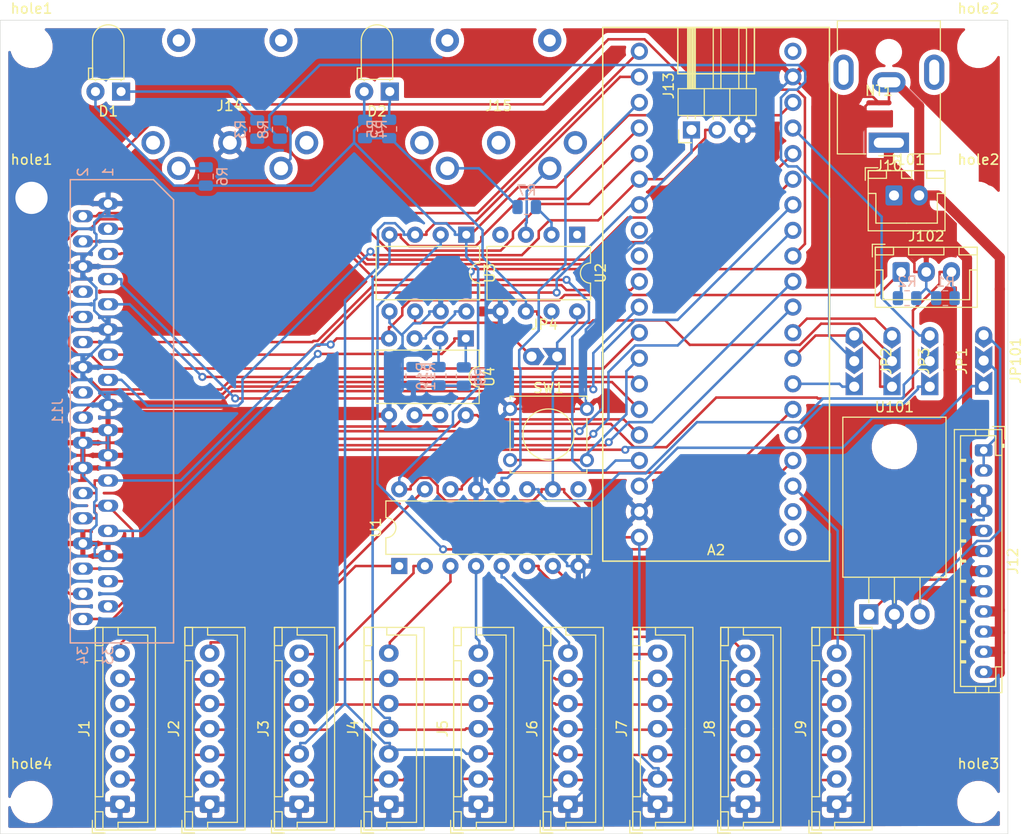
<source format=kicad_pcb>
(kicad_pcb (version 20171130) (host pcbnew 5.1.10)
  (layers (0 F.Cu signal) (31 B.Cu signal) (34 B.Paste user) (35 F.Paste user) (36 B.SilkS user) (37 F.SilkS user) (38 B.Mask user) (39 F.Mask user) (44 Edge.Cuts user))
  (net 0 "")
  (net 1 GND)
  (net 2 VCC)
  (net 3 "Net-(A2-PadNRST)")
  (net 4 /d6)
  (net 5 /d5)
  (net 6 "Net-(A2-PadPB1)")
  (net 7 "Net-(A2-PadPB0)")
  (net 8 "Net-(A2-PadPA7)")
  (net 9 "Net-(A2-PadPA6)")
  (net 10 "Net-(A2-PadPA5)")
  (net 11 PA4)
  (net 12 PA3)
  (net 13 PA2)
  (net 14 "Net-(A2-PadPA1)")
  (net 15 "Net-(A2-PadPA0)")
  (net 16 cs_dac)
  (net 17 cs8)
  (net 18 /d4)
  (net 19 /d3)
  (net 20 /d2)
  (net 21 /d1)
  (net 22 "Net-(A2-PadPB5)")
  (net 23 /d0)
  (net 24 /reset)
  (net 25 /fd3)
  (net 26 /fd2)
  (net 27 /fd1)
  (net 28 /fd0)
  (net 29 sda)
  (net 30 "Net-(A2-PadPB14)")
  (net 31 sck)
  (net 32 /d7)
  (net 33 "Net-(D1-Pad1)")
  (net 34 "Net-(D2-Pad1)")
  (net 35 GNDA)
  (net 36 dac_out)
  (net 37 +15V)
  (net 38 -15V)
  (net 39 GNDPWR)
  (net 40 +VDC)
  (net 41 +5V)
  (net 42 "Net-(J14-Pad4)")
  (net 43 "Net-(J14-Pad5)")
  (net 44 "Net-(J15-Pad4)")
  (net 45 "Net-(J15-Pad5)")
  (net 46 cs0)
  (net 47 dc)
  (net 48 res)
  (net 49 cs1)
  (net 50 cs2)
  (net 51 cs3)
  (net 52 cs4)
  (net 53 cs5)
  (net 54 cs6)
  (net 55 cs7)
  (net 56 "Net-(JP1-Pad2)")
  (net 57 "Net-(JP2-Pad2)")
  (net 58 "Net-(JP3-Pad2)")
  (net 59 "Net-(JP4-Pad2)")
  (net 60 "Net-(R7-Pad1)")
  (net 61 "Net-(R10-Pad2)")
  (net 62 "Net-(R10-Pad1)")
  (net 63 "Net-(U3-Pad8)")
  (net 64 "Net-(A2-Pad5V)")
  (net 65 "Net-(JP101-Pad3)")
  (net 66 "Net-(U4-Pad6)")
  (module MountingHole:MountingHole_3.2mm_M3_DIN965 (layer F.Cu) (at 184.785 29.54)
    (fp_text reference hole1 (at 0 -3.8) (layer F.SilkS))
    (fp_text value MountingHole_3.2mm_M3_DIN965)
    (pad 1 np_thru_hole circle (at 0 0) (size 3.2 3.2) (drill 3.2) (layers *.Cu *.Mask))
  )
  (module MountingHole:MountingHole_3.2mm_M3_DIN965 (layer F.Cu) (at 278.765 29.54)
    (fp_text reference hole2 (at 0 -3.8) (layer F.SilkS))
    (fp_text value MountingHole_3.2mm_M3_DIN965)
    (pad 1 np_thru_hole circle (at 0 0) (size 3.2 3.2) (drill 3.2) (layers *.Cu *.Mask))
  )
  (module MountingHole:MountingHole_3.2mm_M3_DIN965 (layer F.Cu) (at 278.765 29.54)
    (fp_text reference hole2 (at 0 -3.8) (layer F.SilkS))
    (fp_text value MountingHole_3.2mm_M3_DIN965)
    (pad 1 np_thru_hole circle (at 0 0) (size 3.2 3.2) (drill 3.2) (layers *.Cu *.Mask))
  )
  (module Package_DIP:DIP-8_W7.62mm (layer F.Cu) (at 227.885 43.5 270)
    (fp_text reference U4 (at 3.81 -2.33 90) (layer F.SilkS))
    (fp_text value LM358)
    (pad 8 thru_hole oval (at 7.62 0 270) (size 1.6 1.6) (drill 0.8) (layers *.Cu *.Mask) (net 37 +15V))
    (pad 4 thru_hole oval (at 0 7.62 270) (size 1.6 1.6) (drill 0.8) (layers *.Cu *.Mask) (net 38 -15V))
    (pad 7 thru_hole oval (at 7.62 2.54 270) (size 1.6 1.6) (drill 0.8) (layers *.Cu *.Mask) (net 66 "Net-(U4-Pad6)"))
    (pad 3 thru_hole oval (at 0 5.08 270) (size 1.6 1.6) (drill 0.8) (layers *.Cu *.Mask) (net 63 "Net-(U3-Pad8)"))
    (pad 6 thru_hole oval (at 7.62 5.08 270) (size 1.6 1.6) (drill 0.8) (layers *.Cu *.Mask) (net 66 "Net-(U4-Pad6)"))
    (pad 2 thru_hole oval (at 0 2.54 270) (size 1.6 1.6) (drill 0.8) (layers *.Cu *.Mask) (net 62 "Net-(R10-Pad1)"))
    (pad 5 thru_hole oval (at 7.62 7.62 270) (size 1.6 1.6) (drill 0.8) (layers *.Cu *.Mask) (net 35 GNDA))
    (pad 1 thru_hole rect (at 0 0 270) (size 1.6 1.6) (drill 0.8) (layers *.Cu *.Mask) (net 36 dac_out))
  )
  (module Package_TO_SOT_THT:TO-220-3_Horizontal_TabDown (layer F.Cu) (at 267.885 70.9)
    (fp_text reference U101 (at 2.54 -20.58) (layer F.SilkS))
    (fp_text value "do not equip")
    (pad 3 thru_hole oval (at 5.08 0) (size 1.905 2) (drill 1.1) (layers *.Cu *.Mask) (net 65 "Net-(JP101-Pad3)"))
    (pad 2 thru_hole oval (at 2.54 0) (size 1.905 2) (drill 1.1) (layers *.Cu *.Mask) (net 1 GND))
    (pad 1 thru_hole rect (at 0 0) (size 1.905 2) (drill 1.1) (layers *.Cu *.Mask) (net 40 +VDC))
    (pad "" np_thru_hole oval (at 2.54 -16.66) (size 3.5 3.5) (drill 3.5) (layers *.Cu *.Mask))
  )
  (module footprints:SolderDipJumper3alt (layer F.Cu) (at 279.285 45.7 90)
    (fp_text reference JP101 (at 0 3.175 90) (layer F.SilkS))
    (fp_text value Jumper_3_Bridged12)
    (pad 3 thru_hole custom (at 2.54 0 90) (size 1.7 1.7) (drill 1) (layers *.Cu *.Mask) (net 65 "Net-(JP101-Pad3)") (options (clearance outline) (anchor circle)) (primitives (gr_poly (pts (xy -0.7 0.85) (xy -1.3 0) (xy -0.7 -0.85) (xy 0 -0.85) (xy 0 0.85)) (width 0))))
    (pad 2 thru_hole custom (at 0 0 90) (size 1.7 1.7) (drill 1) (layers *.Cu *.Mask) (net 41 +5V) (options (clearance outline) (anchor circle)) (primitives (gr_poly (pts (xy -0.7 0.85) (xy -1.3 0) (xy -0.7 -0.85) (xy 1.45 -0.85) (xy 0.85 0) (xy 1.45 0.85)) (width 0))))
    (pad 1 thru_hole custom (at -2.54 0 90) (size 1.7 1.7) (drill 1) (layers *.Cu *.Mask) (net 64 "Net-(A2-Pad5V)") (options (clearance outline) (anchor rect)) (primitives (gr_poly (pts (xy 1.45 -0.85) (xy 0.85 0) (xy 1.45 0.85) (xy -0.05 0.85) (xy -0.05 -0.85)) (width 0))))
  )
  (module Connector_JST:JST_XH_B3B-XH-A_1x03_P2.50mm_Vertical (layer F.Cu) (at 271.085 36.9)
    (fp_text reference J102 (at 2.5 -3.55) (layer F.SilkS))
    (fp_text value Conn_01x03)
    (pad 3 thru_hole oval (at 5 0) (size 1.7 1.95) (drill 0.95) (layers *.Cu *.Mask) (net 37 +15V))
    (pad 2 thru_hole oval (at 2.5 0) (size 1.7 1.95) (drill 0.95) (layers *.Cu *.Mask) (net 35 GNDA))
    (pad 1 thru_hole roundrect (at 0 0) (size 1.7 1.95) (drill 0.95) (layers *.Cu *.Mask) (roundrect_rratio 0.147059) (net 38 -15V))
  )
  (module Connector_JST:JST_XH_B2B-XH-A_1x02_P2.50mm_Vertical (layer F.Cu) (at 270.385 29.3)
    (fp_text reference J101 (at 1.25 -3.55) (layer F.SilkS))
    (fp_text value Conn_01x02)
    (pad 2 thru_hole oval (at 2.5 0) (size 1.7 2) (drill 1) (layers *.Cu *.Mask) (net 39 GNDPWR))
    (pad 1 thru_hole roundrect (at 0 0) (size 1.7 2) (drill 1) (layers *.Cu *.Mask) (roundrect_rratio 0.147059) (net 40 +VDC))
  )
  (module MountingHole:MountingHole_3.2mm_M3_DIN965 (layer F.Cu) (at 184.785 89.535)
    (fp_text reference hole4 (at 0 -3.8) (layer F.SilkS))
    (fp_text value MountingHole_3.2mm_M3_DIN965)
    (pad 1 np_thru_hole circle (at 0 0) (size 3.2 3.2) (drill 3.2) (layers *.Cu *.Mask))
  )
  (module MountingHole:MountingHole_3.2mm_M3_DIN965 (layer F.Cu) (at 184.785 14.54)
    (fp_text reference hole1 (at 0 -3.8) (layer F.SilkS))
    (fp_text value MountingHole_3.2mm_M3_DIN965)
    (pad 1 np_thru_hole circle (at 0 0) (size 3.2 3.2) (drill 3.2) (layers *.Cu *.Mask))
  )
  (module MountingHole:MountingHole_3.2mm_M3_DIN965 (layer F.Cu) (at 278.765 89.535)
    (fp_text reference hole3 (at 0 -3.8) (layer F.SilkS))
    (fp_text value MountingHole_3.2mm_M3_DIN965)
    (pad 1 np_thru_hole circle (at 0 0) (size 3.2 3.2) (drill 3.2) (layers *.Cu *.Mask))
  )
  (module MountingHole:MountingHole_3.2mm_M3_DIN965 (layer F.Cu) (at 278.765 14.54)
    (fp_text reference hole2 (at 0 -3.8) (layer F.SilkS))
    (fp_text value MountingHole_3.2mm_M3_DIN965)
    (pad 1 np_thru_hole circle (at 0 0) (size 3.2 3.2) (drill 3.2) (layers *.Cu *.Mask))
  )
  (module footprints:Molex_52044_3445 (layer B.Cu) (at 191.135 50.735 270)
    (fp_text reference J11 (at 0 3.75 270) (layer B.SilkS) (effects (justify mirror)))
    (fp_text value Conn_01x34)
    (fp_text user 34 (at 24.25 1.25 270) (layer B.SilkS) (effects (justify mirror)))
    (fp_text user 33 (at 24.25 -1.25 270) (layer B.SilkS) (effects (justify mirror)))
    (fp_text user 2 (at -23.75 1.25 270) (layer B.SilkS) (effects (justify mirror)))
    (fp_text user 1 (at -23.75 -1.25 270) (layer B.SilkS) (effects (justify mirror)))
    (pad 34 thru_hole oval (at 20.625 1.25 270) (size 1.2 2) (drill 0.85) (layers *.Cu *.Mask) (net 10 "Net-(A2-PadPA5)"))
    (pad 33 thru_hole oval (at 19.375 -1.25 270) (size 1.2 2) (drill 0.85) (layers *.Cu *.Mask) (net 9 "Net-(A2-PadPA6)"))
    (pad 32 thru_hole oval (at 18.125 1.25 270) (size 1.2 2) (drill 0.85) (layers *.Cu *.Mask) (net 8 "Net-(A2-PadPA7)"))
    (pad 31 thru_hole oval (at 16.875 -1.25 270) (size 1.2 2) (drill 0.85) (layers *.Cu *.Mask) (net 7 "Net-(A2-PadPB0)"))
    (pad 30 thru_hole oval (at 15.625 1.25 270) (size 1.2 2) (drill 0.85) (layers *.Cu *.Mask) (net 6 "Net-(A2-PadPB1)"))
    (pad 29 thru_hole oval (at 14.375 -1.25 270) (size 1.2 2) (drill 0.85) (layers *.Cu *.Mask) (net 35 GNDA))
    (pad 28 thru_hole oval (at 13.125 1.25 270) (size 1.2 2) (drill 0.85) (layers *.Cu *.Mask) (net 35 GNDA))
    (pad 27 thru_hole oval (at 11.875 -1.25 270) (size 1.2 2) (drill 0.85) (layers *.Cu *.Mask) (net 36 dac_out))
    (pad 26 thru_hole oval (at 10.625 1.25 270) (size 1.2 2) (drill 0.85) (layers *.Cu *.Mask) (net 37 +15V))
    (pad 25 thru_hole oval (at 9.375 -1.25 270) (size 1.2 2) (drill 0.85) (layers *.Cu *.Mask) (net 37 +15V))
    (pad 24 thru_hole oval (at 8.125 1.25 270) (size 1.2 2) (drill 0.85) (layers *.Cu *.Mask) (net 38 -15V))
    (pad 23 thru_hole oval (at 6.875 -1.25 270) (size 1.2 2) (drill 0.85) (layers *.Cu *.Mask) (net 38 -15V))
    (pad 22 thru_hole oval (at 5.625 1.25 270) (size 1.2 2) (drill 0.85) (layers *.Cu *.Mask) (net 35 GNDA))
    (pad 21 thru_hole oval (at 4.375 -1.25 270) (size 1.2 2) (drill 0.85) (layers *.Cu *.Mask) (net 35 GNDA))
    (pad 20 thru_hole oval (at 3.125 1.25 270) (size 1.2 2) (drill 0.85) (layers *.Cu *.Mask) (net 35 GNDA))
    (pad 19 thru_hole oval (at 1.875 -1.25 270) (size 1.2 2) (drill 0.85) (layers *.Cu *.Mask) (net 35 GNDA))
    (pad 18 thru_hole oval (at 0.625 1.25 270) (size 1.2 2) (drill 0.85) (layers *.Cu *.Mask) (net 24 /reset))
    (pad 17 thru_hole oval (at -0.625 -1.25 270) (size 1.2 2) (drill 0.85) (layers *.Cu *.Mask) (net 1 GND))
    (pad 16 thru_hole oval (at -1.875 1.25 270) (size 1.2 2) (drill 0.85) (layers *.Cu *.Mask) (net 28 /fd0))
    (pad 15 thru_hole oval (at -3.125 -1.25 270) (size 1.2 2) (drill 0.85) (layers *.Cu *.Mask) (net 27 /fd1))
    (pad 14 thru_hole oval (at -4.375 1.25 270) (size 1.2 2) (drill 0.85) (layers *.Cu *.Mask) (net 1 GND))
    (pad 13 thru_hole oval (at -5.625 -1.25 270) (size 1.2 2) (drill 0.85) (layers *.Cu *.Mask) (net 26 /fd2))
    (pad 12 thru_hole oval (at -6.875 1.25 270) (size 1.2 2) (drill 0.85) (layers *.Cu *.Mask) (net 25 /fd3))
    (pad 11 thru_hole oval (at -8.125 -1.25 270) (size 1.2 2) (drill 0.85) (layers *.Cu *.Mask) (net 1 GND))
    (pad 10 thru_hole oval (at -9.375 1.25 270) (size 1.2 2) (drill 0.85) (layers *.Cu *.Mask) (net 23 /d0))
    (pad 9 thru_hole oval (at -10.625 -1.25 270) (size 1.2 2) (drill 0.85) (layers *.Cu *.Mask) (net 21 /d1))
    (pad 8 thru_hole oval (at -11.875 1.25 270) (size 1.2 2) (drill 0.85) (layers *.Cu *.Mask) (net 20 /d2))
    (pad 7 thru_hole oval (at -13.125 -1.25 270) (size 1.2 2) (drill 0.85) (layers *.Cu *.Mask) (net 19 /d3))
    (pad 6 thru_hole oval (at -14.375 1.25 270) (size 1.2 2) (drill 0.85) (layers *.Cu *.Mask) (net 1 GND))
    (pad 5 thru_hole oval (at -15.625 -1.25 270) (size 1.2 2) (drill 0.85) (layers *.Cu *.Mask) (net 18 /d4))
    (pad 4 thru_hole oval (at -16.875 1.25 270) (size 1.2 2) (drill 0.85) (layers *.Cu *.Mask) (net 5 /d5))
    (pad 3 thru_hole oval (at -18.125 -1.25 270) (size 1.2 2) (drill 0.85) (layers *.Cu *.Mask) (net 4 /d6))
    (pad 2 thru_hole oval (at -19.375 1.25 270) (size 1.2 2) (drill 0.85) (layers *.Cu *.Mask) (net 32 /d7))
    (pad 1 thru_hole oval (at -20.625 -1.25 270) (size 1.2 2) (drill 0.85) (layers *.Cu *.Mask) (net 1 GND))
  )
  (module Connector_PinHeader_2.54mm:PinHeader_1x03_P2.54mm_Horizontal (layer F.Cu) (at 250.285 22.795 90)
    (fp_text reference J13 (at 4.385 -2.27 90) (layer F.SilkS))
    (fp_text value Conn_01x03)
    (pad 3 thru_hole oval (at 0 5.08 90) (size 1.7 1.7) (drill 1) (layers *.Cu *.Mask) (net 1 GND))
    (pad 2 thru_hole oval (at 0 2.54 90) (size 1.7 1.7) (drill 1) (layers *.Cu *.Mask) (net 27 /fd1))
    (pad 1 thru_hole rect (at 0 0 90) (size 1.7 1.7) (drill 1) (layers *.Cu *.Mask) (net 26 /fd2))
  )
  (module Package_DIP:DIP-8_W7.62mm (layer F.Cu) (at 227.935 33.2 270)
    (fp_text reference U3 (at 3.81 -2.33 90) (layer F.SilkS))
    (fp_text value MCP4811)
    (pad 8 thru_hole oval (at 7.62 0 270) (size 1.6 1.6) (drill 0.8) (layers *.Cu *.Mask) (net 63 "Net-(U3-Pad8)"))
    (pad 4 thru_hole oval (at 0 7.62 270) (size 1.6 1.6) (drill 0.8) (layers *.Cu *.Mask) (net 29 sda))
    (pad 7 thru_hole oval (at 7.62 2.54 270) (size 1.6 1.6) (drill 0.8) (layers *.Cu *.Mask) (net 35 GNDA))
    (pad 3 thru_hole oval (at 0 5.08 270) (size 1.6 1.6) (drill 0.8) (layers *.Cu *.Mask) (net 31 sck))
    (pad 6 thru_hole oval (at 7.62 5.08 270) (size 1.6 1.6) (drill 0.8) (layers *.Cu *.Mask) (net 59 "Net-(JP4-Pad2)"))
    (pad 2 thru_hole oval (at 0 2.54 270) (size 1.6 1.6) (drill 0.8) (layers *.Cu *.Mask) (net 16 cs_dac))
    (pad 5 thru_hole oval (at 7.62 7.62 270) (size 1.6 1.6) (drill 0.8) (layers *.Cu *.Mask) (net 35 GNDA))
    (pad 1 thru_hole rect (at 0 0 270) (size 1.6 1.6) (drill 0.8) (layers *.Cu *.Mask) (net 2 VCC))
  )
  (module Package_DIP:DIP-8_W7.62mm (layer F.Cu) (at 238.935 33.2 270)
    (fp_text reference U2 (at 3.81 -2.33 90) (layer F.SilkS))
    (fp_text value 6N137)
    (pad 8 thru_hole oval (at 7.62 0 270) (size 1.6 1.6) (drill 0.8) (layers *.Cu *.Mask) (net 2 VCC))
    (pad 4 thru_hole oval (at 0 7.62 270) (size 1.6 1.6) (drill 0.8) (layers *.Cu *.Mask))
    (pad 7 thru_hole oval (at 7.62 2.54 270) (size 1.6 1.6) (drill 0.8) (layers *.Cu *.Mask))
    (pad 3 thru_hole oval (at 0 5.08 270) (size 1.6 1.6) (drill 0.8) (layers *.Cu *.Mask) (net 45 "Net-(J15-Pad5)"))
    (pad 6 thru_hole oval (at 7.62 5.08 270) (size 1.6 1.6) (drill 0.8) (layers *.Cu *.Mask) (net 58 "Net-(JP3-Pad2)"))
    (pad 2 thru_hole oval (at 0 2.54 270) (size 1.6 1.6) (drill 0.8) (layers *.Cu *.Mask) (net 60 "Net-(R7-Pad1)"))
    (pad 5 thru_hole oval (at 7.62 7.62 270) (size 1.6 1.6) (drill 0.8) (layers *.Cu *.Mask) (net 1 GND))
    (pad 1 thru_hole rect (at 0 0 270) (size 1.6 1.6) (drill 0.8) (layers *.Cu *.Mask))
  )
  (module Package_DIP:DIP-16_W7.62mm (layer F.Cu) (at 221.285 66.1 90)
    (fp_text reference U1 (at 3.81 -2.33 90) (layer F.SilkS))
    (fp_text value 74HC595)
    (pad 16 thru_hole oval (at 7.62 0 90) (size 1.6 1.6) (drill 0.8) (layers *.Cu *.Mask) (net 2 VCC))
    (pad 8 thru_hole oval (at 0 17.78 90) (size 1.6 1.6) (drill 0.8) (layers *.Cu *.Mask) (net 1 GND))
    (pad 15 thru_hole oval (at 7.62 2.54 90) (size 1.6 1.6) (drill 0.8) (layers *.Cu *.Mask) (net 46 cs0))
    (pad 7 thru_hole oval (at 0 15.24 90) (size 1.6 1.6) (drill 0.8) (layers *.Cu *.Mask) (net 55 cs7))
    (pad 14 thru_hole oval (at 7.62 5.08 90) (size 1.6 1.6) (drill 0.8) (layers *.Cu *.Mask) (net 14 "Net-(A2-PadPA1)"))
    (pad 6 thru_hole oval (at 0 12.7 90) (size 1.6 1.6) (drill 0.8) (layers *.Cu *.Mask) (net 54 cs6))
    (pad 13 thru_hole oval (at 7.62 7.62 90) (size 1.6 1.6) (drill 0.8) (layers *.Cu *.Mask) (net 1 GND))
    (pad 5 thru_hole oval (at 0 10.16 90) (size 1.6 1.6) (drill 0.8) (layers *.Cu *.Mask) (net 53 cs5))
    (pad 12 thru_hole oval (at 7.62 10.16 90) (size 1.6 1.6) (drill 0.8) (layers *.Cu *.Mask) (net 30 "Net-(A2-PadPB14)"))
    (pad 4 thru_hole oval (at 0 7.62 90) (size 1.6 1.6) (drill 0.8) (layers *.Cu *.Mask) (net 52 cs4))
    (pad 11 thru_hole oval (at 7.62 12.7 90) (size 1.6 1.6) (drill 0.8) (layers *.Cu *.Mask) (net 56 "Net-(JP1-Pad2)"))
    (pad 3 thru_hole oval (at 0 5.08 90) (size 1.6 1.6) (drill 0.8) (layers *.Cu *.Mask) (net 51 cs3))
    (pad 10 thru_hole oval (at 7.62 15.24 90) (size 1.6 1.6) (drill 0.8) (layers *.Cu *.Mask) (net 2 VCC))
    (pad 2 thru_hole oval (at 0 2.54 90) (size 1.6 1.6) (drill 0.8) (layers *.Cu *.Mask) (net 50 cs2))
    (pad 9 thru_hole oval (at 7.62 17.78 90) (size 1.6 1.6) (drill 0.8) (layers *.Cu *.Mask))
    (pad 1 thru_hole rect (at 0 0 90) (size 1.6 1.6) (drill 0.8) (layers *.Cu *.Mask) (net 49 cs1))
  )
  (module Button_Switch_THT:SW_Tactile_Straight_KSL0Axx1LFTR (layer F.Cu) (at 232.285 50.5)
    (fp_text reference SW1 (at 3.81 -2.08) (layer F.SilkS))
    (fp_text value SW_Push)
    (pad 2 thru_hole circle (at 0 5.08) (size 1.397 1.397) (drill 0.8128) (layers *.Cu *.Mask) (net 22 "Net-(A2-PadPB5)"))
    (pad 1 thru_hole circle (at 0 0) (size 1.397 1.397) (drill 0.8128) (layers *.Cu *.Mask) (net 1 GND))
    (pad 2 thru_hole circle (at 7.62 5.08) (size 1.397 1.397) (drill 0.8128) (layers *.Cu *.Mask) (net 22 "Net-(A2-PadPB5)"))
    (pad 1 thru_hole circle (at 7.62 0) (size 1.397 1.397) (drill 0.8128) (layers *.Cu *.Mask) (net 1 GND))
  )
  (module Resistor_SMD:R_0805_2012Metric (layer B.Cu) (at 271.685 39.5 180)
    (fp_text reference R2 (at 0 1.65) (layer B.SilkS) (effects (justify mirror)))
    (fp_text value 1k)
    (pad 2 smd roundrect (at 0.9125 0 180) (size 1.025 1.4) (layers B.Cu B.Paste B.Mask) (roundrect_rratio 0.243902) (net 38 -15V))
    (pad 1 smd roundrect (at -0.9125 0 180) (size 1.025 1.4) (layers B.Cu B.Paste B.Mask) (roundrect_rratio 0.243902) (net 35 GNDA))
  )
  (module Resistor_SMD:R_0805_2012Metric (layer B.Cu) (at 275.485 39.5 180)
    (fp_text reference R1 (at 0 1.65) (layer B.SilkS) (effects (justify mirror)))
    (fp_text value 1k)
    (pad 2 smd roundrect (at 0.9125 0 180) (size 1.025 1.4) (layers B.Cu B.Paste B.Mask) (roundrect_rratio 0.243902) (net 35 GNDA))
    (pad 1 smd roundrect (at -0.9125 0 180) (size 1.025 1.4) (layers B.Cu B.Paste B.Mask) (roundrect_rratio 0.243902) (net 37 +15V))
  )
  (module Resistor_SMD:R_0805_2012Metric (layer B.Cu) (at 222.685 47.25 90)
    (fp_text reference R11 (at 0 1.65 270) (layer B.SilkS) (effects (justify mirror)))
    (fp_text value 2.2k)
    (pad 2 smd roundrect (at 0.9125 0 90) (size 1.025 1.4) (layers B.Cu B.Paste B.Mask) (roundrect_rratio 0.243902) (net 62 "Net-(R10-Pad1)"))
    (pad 1 smd roundrect (at -0.9125 0 90) (size 1.025 1.4) (layers B.Cu B.Paste B.Mask) (roundrect_rratio 0.243902) (net 35 GNDA))
  )
  (module Resistor_SMD:R_0805_2012Metric (layer B.Cu) (at 225.185 47.25 270)
    (fp_text reference R10 (at 0 1.65 270) (layer B.SilkS) (effects (justify mirror)))
    (fp_text value 220)
    (pad 2 smd roundrect (at 0.9125 0 270) (size 1.025 1.4) (layers B.Cu B.Paste B.Mask) (roundrect_rratio 0.243902) (net 61 "Net-(R10-Pad2)"))
    (pad 1 smd roundrect (at -0.9125 0 270) (size 1.025 1.4) (layers B.Cu B.Paste B.Mask) (roundrect_rratio 0.243902) (net 62 "Net-(R10-Pad1)"))
  )
  (module Resistor_SMD:R_0805_2012Metric (layer B.Cu) (at 227.685 47.285 90)
    (fp_text reference R9 (at 0 1.65 270) (layer B.SilkS) (effects (justify mirror)))
    (fp_text value 1k)
    (pad 2 smd roundrect (at 0.9125 0 90) (size 1.025 1.4) (layers B.Cu B.Paste B.Mask) (roundrect_rratio 0.243902) (net 36 dac_out))
    (pad 1 smd roundrect (at -0.9125 0 90) (size 1.025 1.4) (layers B.Cu B.Paste B.Mask) (roundrect_rratio 0.243902) (net 61 "Net-(R10-Pad2)"))
  )
  (module Resistor_SMD:R_0805_2012Metric (layer B.Cu) (at 209.435 22.75 270)
    (fp_text reference R8 (at 0 1.65 90) (layer B.SilkS) (effects (justify mirror)))
    (fp_text value R)
    (pad 2 smd roundrect (at 0.9125 0 270) (size 1.025 1.4) (layers B.Cu B.Paste B.Mask) (roundrect_rratio 0.243902) (net 57 "Net-(JP2-Pad2)"))
    (pad 1 smd roundrect (at -0.9125 0 270) (size 1.025 1.4) (layers B.Cu B.Paste B.Mask) (roundrect_rratio 0.243902) (net 43 "Net-(J14-Pad5)"))
  )
  (module Resistor_SMD:R_0805_2012Metric (layer B.Cu) (at 233.935 30.45 180)
    (fp_text reference R7 (at 0 1.65 180) (layer B.SilkS) (effects (justify mirror)))
    (fp_text value R)
    (pad 2 smd roundrect (at 0.9125 0 180) (size 1.025 1.4) (layers B.Cu B.Paste B.Mask) (roundrect_rratio 0.243902) (net 44 "Net-(J15-Pad4)"))
    (pad 1 smd roundrect (at -0.9125 0 180) (size 1.025 1.4) (layers B.Cu B.Paste B.Mask) (roundrect_rratio 0.243902) (net 60 "Net-(R7-Pad1)"))
  )
  (module Resistor_SMD:R_0805_2012Metric (layer B.Cu) (at 202.085 27.4125 90)
    (fp_text reference R6 (at 0 1.65 270) (layer B.SilkS) (effects (justify mirror)))
    (fp_text value R)
    (pad 2 smd roundrect (at 0.9125 0 90) (size 1.025 1.4) (layers B.Cu B.Paste B.Mask) (roundrect_rratio 0.243902) (net 42 "Net-(J14-Pad4)"))
    (pad 1 smd roundrect (at -0.9125 0 90) (size 1.025 1.4) (layers B.Cu B.Paste B.Mask) (roundrect_rratio 0.243902) (net 2 VCC))
  )
  (module Resistor_SMD:R_0805_2012Metric (layer B.Cu) (at 220.285 22.7 270)
    (fp_text reference R5 (at 0 1.65 270) (layer B.SilkS) (effects (justify mirror)))
    (fp_text value R)
    (pad 2 smd roundrect (at 0.9125 0 270) (size 1.025 1.4) (layers B.Cu B.Paste B.Mask) (roundrect_rratio 0.243902) (net 58 "Net-(JP3-Pad2)"))
    (pad 1 smd roundrect (at -0.9125 0 270) (size 1.025 1.4) (layers B.Cu B.Paste B.Mask) (roundrect_rratio 0.243902) (net 34 "Net-(D2-Pad1)"))
  )
  (module Resistor_SMD:R_0805_2012Metric (layer B.Cu) (at 217.885 22.7 90)
    (fp_text reference R4 (at 0 1.65 270) (layer B.SilkS) (effects (justify mirror)))
    (fp_text value R)
    (pad 2 smd roundrect (at 0.9125 0 90) (size 1.025 1.4) (layers B.Cu B.Paste B.Mask) (roundrect_rratio 0.243902) (net 2 VCC))
    (pad 1 smd roundrect (at -0.9125 0 90) (size 1.025 1.4) (layers B.Cu B.Paste B.Mask) (roundrect_rratio 0.243902) (net 58 "Net-(JP3-Pad2)"))
  )
  (module Resistor_SMD:R_0805_2012Metric (layer B.Cu) (at 207.185 22.75 270)
    (fp_text reference R3 (at 0 1.65 90) (layer B.SilkS) (effects (justify mirror)))
    (fp_text value R)
    (pad 2 smd roundrect (at 0.9125 0 270) (size 1.025 1.4) (layers B.Cu B.Paste B.Mask) (roundrect_rratio 0.243902) (net 57 "Net-(JP2-Pad2)"))
    (pad 1 smd roundrect (at -0.9125 0 270) (size 1.025 1.4) (layers B.Cu B.Paste B.Mask) (roundrect_rratio 0.243902) (net 33 "Net-(D1-Pad1)"))
  )
  (module NetTie:NetTie-3_SMD_Pad0.5mm (layer F.Cu) (at 268.885 20.1)
    (fp_text reference NT1 (at 0 -1.2) (layer F.SilkS))
    (fp_text value Net-Tie_3_Tee)
    (fp_poly (pts (xy -1 -0.25) (xy 1 -0.25) (xy 1 0.25) (xy -1 0.25)) (layer F.Cu) (width 0))
    (pad 3 smd circle (at 1 0) (size 0.5 0.5) (layers F.Cu) (net 39 GNDPWR))
    (pad 2 smd circle (at 0 0) (size 0.5 0.5) (layers F.Cu) (net 1 GND))
    (pad 1 smd circle (at -1 0) (size 0.5 0.5) (layers F.Cu) (net 35 GNDA))
  )
  (module footprints:SolderDipJumper2alt (layer F.Cu) (at 235.685 45.3 180)
    (fp_text reference JP4 (at 0 3.175) (layer F.SilkS))
    (fp_text value Jumper_2_Bridged)
    (pad 2 thru_hole custom (at 1.27 0 180) (size 1.7 1.7) (drill 1) (layers *.Cu *.Mask) (net 59 "Net-(JP4-Pad2)") (options (clearance outline) (anchor circle)) (primitives (gr_poly (pts (xy -0.7 0.85) (xy -1.3 0) (xy -0.7 -0.85) (xy 0 -0.85) (xy 0 0.85)) (width 0))))
    (pad 1 thru_hole custom (at -1.27 0 180) (size 1.7 1.7) (drill 1) (layers *.Cu *.Mask) (net 2 VCC) (options (clearance outline) (anchor rect)) (primitives (gr_poly (pts (xy 1.45 -0.85) (xy 0.85 0) (xy 1.45 0.85) (xy -0.05 0.85) (xy -0.05 -0.85)) (width 0))))
  )
  (module footprints:SolderDipJumper3alt (layer F.Cu) (at 270.185 45.75 90)
    (fp_text reference JP3 (at 0 3.175 90) (layer F.SilkS))
    (fp_text value Jumper_3_Bridged12)
    (pad 3 thru_hole custom (at 2.54 0 90) (size 1.7 1.7) (drill 1) (layers *.Cu *.Mask) (net 11 PA4) (options (clearance outline) (anchor circle)) (primitives (gr_poly (pts (xy -0.7 0.85) (xy -1.3 0) (xy -0.7 -0.85) (xy 0 -0.85) (xy 0 0.85)) (width 0))))
    (pad 2 thru_hole custom (at 0 0 90) (size 1.7 1.7) (drill 1) (layers *.Cu *.Mask) (net 58 "Net-(JP3-Pad2)") (options (clearance outline) (anchor circle)) (primitives (gr_poly (pts (xy -0.7 0.85) (xy -1.3 0) (xy -0.7 -0.85) (xy 1.45 -0.85) (xy 0.85 0) (xy 1.45 0.85)) (width 0))))
    (pad 1 thru_hole custom (at -2.54 0 90) (size 1.7 1.7) (drill 1) (layers *.Cu *.Mask) (net 12 PA3) (options (clearance outline) (anchor rect)) (primitives (gr_poly (pts (xy 1.45 -0.85) (xy 0.85 0) (xy 1.45 0.85) (xy -0.05 0.85) (xy -0.05 -0.85)) (width 0))))
  )
  (module footprints:SolderDipJumper3alt (layer F.Cu) (at 266.435 45.75 90)
    (fp_text reference JP2 (at 0 3.175 90) (layer F.SilkS))
    (fp_text value Jumper_3_Bridged12)
    (pad 3 thru_hole custom (at 2.54 0 90) (size 1.7 1.7) (drill 1) (layers *.Cu *.Mask) (net 12 PA3) (options (clearance outline) (anchor circle)) (primitives (gr_poly (pts (xy -0.7 0.85) (xy -1.3 0) (xy -0.7 -0.85) (xy 0 -0.85) (xy 0 0.85)) (width 0))))
    (pad 2 thru_hole custom (at 0 0 90) (size 1.7 1.7) (drill 1) (layers *.Cu *.Mask) (net 57 "Net-(JP2-Pad2)") (options (clearance outline) (anchor circle)) (primitives (gr_poly (pts (xy -0.7 0.85) (xy -1.3 0) (xy -0.7 -0.85) (xy 1.45 -0.85) (xy 0.85 0) (xy 1.45 0.85)) (width 0))))
    (pad 1 thru_hole custom (at -2.54 0 90) (size 1.7 1.7) (drill 1) (layers *.Cu *.Mask) (net 13 PA2) (options (clearance outline) (anchor rect)) (primitives (gr_poly (pts (xy 1.45 -0.85) (xy 0.85 0) (xy 1.45 0.85) (xy -0.05 0.85) (xy -0.05 -0.85)) (width 0))))
  )
  (module footprints:SolderDipJumper3alt (layer F.Cu) (at 273.935 45.75 90)
    (fp_text reference JP1 (at 0 3.175 90) (layer F.SilkS))
    (fp_text value Jumper_3_Bridged12)
    (pad 3 thru_hole custom (at 2.54 0 90) (size 1.7 1.7) (drill 1) (layers *.Cu *.Mask) (net 3 "Net-(A2-PadNRST)") (options (clearance outline) (anchor circle)) (primitives (gr_poly (pts (xy -0.7 0.85) (xy -1.3 0) (xy -0.7 -0.85) (xy 0 -0.85) (xy 0 0.85)) (width 0))))
    (pad 2 thru_hole custom (at 0 0 90) (size 1.7 1.7) (drill 1) (layers *.Cu *.Mask) (net 56 "Net-(JP1-Pad2)") (options (clearance outline) (anchor circle)) (primitives (gr_poly (pts (xy -0.7 0.85) (xy -1.3 0) (xy -0.7 -0.85) (xy 1.45 -0.85) (xy 0.85 0) (xy 1.45 0.85)) (width 0))))
    (pad 1 thru_hole custom (at -2.54 0 90) (size 1.7 1.7) (drill 1) (layers *.Cu *.Mask) (net 15 "Net-(A2-PadPA0)") (options (clearance outline) (anchor rect)) (primitives (gr_poly (pts (xy 1.45 -0.85) (xy 0.85 0) (xy 1.45 0.85) (xy -0.05 0.85) (xy -0.05 -0.85)) (width 0))))
  )
  (module Connector_JST:JST_XH_B7B-XH-A_1x07_P2.50mm_Vertical (layer F.Cu) (at 264.695 89.755 90)
    (fp_text reference J9 (at 7.5 -3.55 90) (layer F.SilkS))
    (fp_text value Conn_01x07)
    (pad 7 thru_hole oval (at 15 0 90) (size 1.7 1.95) (drill 0.95) (layers *.Cu *.Mask) (net 17 cs8))
    (pad 6 thru_hole oval (at 12.5 0 90) (size 1.7 1.95) (drill 0.95) (layers *.Cu *.Mask) (net 47 dc))
    (pad 5 thru_hole oval (at 10 0 90) (size 1.7 1.95) (drill 0.95) (layers *.Cu *.Mask) (net 48 res))
    (pad 4 thru_hole oval (at 7.5 0 90) (size 1.7 1.95) (drill 0.95) (layers *.Cu *.Mask) (net 29 sda))
    (pad 3 thru_hole oval (at 5 0 90) (size 1.7 1.95) (drill 0.95) (layers *.Cu *.Mask) (net 31 sck))
    (pad 2 thru_hole oval (at 2.5 0 90) (size 1.7 1.95) (drill 0.95) (layers *.Cu *.Mask) (net 2 VCC))
    (pad 1 thru_hole roundrect (at 0 0 90) (size 1.7 1.95) (drill 0.95) (layers *.Cu *.Mask) (roundrect_rratio 0.147059) (net 1 GND))
  )
  (module Connector_JST:JST_XH_B7B-XH-A_1x07_P2.50mm_Vertical (layer F.Cu) (at 255.64 89.755 90)
    (fp_text reference J8 (at 7.5 -3.55 90) (layer F.SilkS))
    (fp_text value Conn_01x07)
    (pad 7 thru_hole oval (at 15 0 90) (size 1.7 1.95) (drill 0.95) (layers *.Cu *.Mask) (net 55 cs7))
    (pad 6 thru_hole oval (at 12.5 0 90) (size 1.7 1.95) (drill 0.95) (layers *.Cu *.Mask) (net 47 dc))
    (pad 5 thru_hole oval (at 10 0 90) (size 1.7 1.95) (drill 0.95) (layers *.Cu *.Mask) (net 48 res))
    (pad 4 thru_hole oval (at 7.5 0 90) (size 1.7 1.95) (drill 0.95) (layers *.Cu *.Mask) (net 29 sda))
    (pad 3 thru_hole oval (at 5 0 90) (size 1.7 1.95) (drill 0.95) (layers *.Cu *.Mask) (net 31 sck))
    (pad 2 thru_hole oval (at 2.5 0 90) (size 1.7 1.95) (drill 0.95) (layers *.Cu *.Mask) (net 2 VCC))
    (pad 1 thru_hole roundrect (at 0 0 90) (size 1.7 1.95) (drill 0.95) (layers *.Cu *.Mask) (roundrect_rratio 0.147059) (net 1 GND))
  )
  (module Connector_JST:JST_XH_B7B-XH-A_1x07_P2.50mm_Vertical (layer F.Cu) (at 246.915 89.755 90)
    (fp_text reference J7 (at 7.5 -3.55 90) (layer F.SilkS))
    (fp_text value Conn_01x07)
    (pad 7 thru_hole oval (at 15 0 90) (size 1.7 1.95) (drill 0.95) (layers *.Cu *.Mask) (net 54 cs6))
    (pad 6 thru_hole oval (at 12.5 0 90) (size 1.7 1.95) (drill 0.95) (layers *.Cu *.Mask) (net 47 dc))
    (pad 5 thru_hole oval (at 10 0 90) (size 1.7 1.95) (drill 0.95) (layers *.Cu *.Mask) (net 48 res))
    (pad 4 thru_hole oval (at 7.5 0 90) (size 1.7 1.95) (drill 0.95) (layers *.Cu *.Mask) (net 29 sda))
    (pad 3 thru_hole oval (at 5 0 90) (size 1.7 1.95) (drill 0.95) (layers *.Cu *.Mask) (net 31 sck))
    (pad 2 thru_hole oval (at 2.5 0 90) (size 1.7 1.95) (drill 0.95) (layers *.Cu *.Mask) (net 2 VCC))
    (pad 1 thru_hole roundrect (at 0 0 90) (size 1.7 1.95) (drill 0.95) (layers *.Cu *.Mask) (roundrect_rratio 0.147059) (net 1 GND))
  )
  (module Connector_JST:JST_XH_B7B-XH-A_1x07_P2.50mm_Vertical (layer F.Cu) (at 238.025 89.755 90)
    (fp_text reference J6 (at 7.5 -3.55 90) (layer F.SilkS))
    (fp_text value Conn_01x07)
    (pad 7 thru_hole oval (at 15 0 90) (size 1.7 1.95) (drill 0.95) (layers *.Cu *.Mask) (net 53 cs5))
    (pad 6 thru_hole oval (at 12.5 0 90) (size 1.7 1.95) (drill 0.95) (layers *.Cu *.Mask) (net 47 dc))
    (pad 5 thru_hole oval (at 10 0 90) (size 1.7 1.95) (drill 0.95) (layers *.Cu *.Mask) (net 48 res))
    (pad 4 thru_hole oval (at 7.5 0 90) (size 1.7 1.95) (drill 0.95) (layers *.Cu *.Mask) (net 29 sda))
    (pad 3 thru_hole oval (at 5 0 90) (size 1.7 1.95) (drill 0.95) (layers *.Cu *.Mask) (net 31 sck))
    (pad 2 thru_hole oval (at 2.5 0 90) (size 1.7 1.95) (drill 0.95) (layers *.Cu *.Mask) (net 2 VCC))
    (pad 1 thru_hole roundrect (at 0 0 90) (size 1.7 1.95) (drill 0.95) (layers *.Cu *.Mask) (roundrect_rratio 0.147059) (net 1 GND))
  )
  (module Connector_JST:JST_XH_B7B-XH-A_1x07_P2.50mm_Vertical (layer F.Cu) (at 229.135 89.755 90)
    (fp_text reference J5 (at 7.5 -3.55 90) (layer F.SilkS))
    (fp_text value Conn_01x07)
    (pad 7 thru_hole oval (at 15 0 90) (size 1.7 1.95) (drill 0.95) (layers *.Cu *.Mask) (net 52 cs4))
    (pad 6 thru_hole oval (at 12.5 0 90) (size 1.7 1.95) (drill 0.95) (layers *.Cu *.Mask) (net 47 dc))
    (pad 5 thru_hole oval (at 10 0 90) (size 1.7 1.95) (drill 0.95) (layers *.Cu *.Mask) (net 48 res))
    (pad 4 thru_hole oval (at 7.5 0 90) (size 1.7 1.95) (drill 0.95) (layers *.Cu *.Mask) (net 29 sda))
    (pad 3 thru_hole oval (at 5 0 90) (size 1.7 1.95) (drill 0.95) (layers *.Cu *.Mask) (net 31 sck))
    (pad 2 thru_hole oval (at 2.5 0 90) (size 1.7 1.95) (drill 0.95) (layers *.Cu *.Mask) (net 2 VCC))
    (pad 1 thru_hole roundrect (at 0 0 90) (size 1.7 1.95) (drill 0.95) (layers *.Cu *.Mask) (roundrect_rratio 0.147059) (net 1 GND))
  )
  (module Connector_JST:JST_XH_B7B-XH-A_1x07_P2.50mm_Vertical (layer F.Cu) (at 220.245 89.755 90)
    (fp_text reference J4 (at 7.5 -3.55 90) (layer F.SilkS))
    (fp_text value Conn_01x07)
    (pad 7 thru_hole oval (at 15 0 90) (size 1.7 1.95) (drill 0.95) (layers *.Cu *.Mask) (net 51 cs3))
    (pad 6 thru_hole oval (at 12.5 0 90) (size 1.7 1.95) (drill 0.95) (layers *.Cu *.Mask) (net 47 dc))
    (pad 5 thru_hole oval (at 10 0 90) (size 1.7 1.95) (drill 0.95) (layers *.Cu *.Mask) (net 48 res))
    (pad 4 thru_hole oval (at 7.5 0 90) (size 1.7 1.95) (drill 0.95) (layers *.Cu *.Mask) (net 29 sda))
    (pad 3 thru_hole oval (at 5 0 90) (size 1.7 1.95) (drill 0.95) (layers *.Cu *.Mask) (net 31 sck))
    (pad 2 thru_hole oval (at 2.5 0 90) (size 1.7 1.95) (drill 0.95) (layers *.Cu *.Mask) (net 2 VCC))
    (pad 1 thru_hole roundrect (at 0 0 90) (size 1.7 1.95) (drill 0.95) (layers *.Cu *.Mask) (roundrect_rratio 0.147059) (net 1 GND))
  )
  (module Connector_JST:JST_XH_B7B-XH-A_1x07_P2.50mm_Vertical (layer F.Cu) (at 211.355 89.755 90)
    (fp_text reference J3 (at 7.5 -3.55 90) (layer F.SilkS))
    (fp_text value Conn_01x07)
    (pad 7 thru_hole oval (at 15 0 90) (size 1.7 1.95) (drill 0.95) (layers *.Cu *.Mask) (net 50 cs2))
    (pad 6 thru_hole oval (at 12.5 0 90) (size 1.7 1.95) (drill 0.95) (layers *.Cu *.Mask) (net 47 dc))
    (pad 5 thru_hole oval (at 10 0 90) (size 1.7 1.95) (drill 0.95) (layers *.Cu *.Mask) (net 48 res))
    (pad 4 thru_hole oval (at 7.5 0 90) (size 1.7 1.95) (drill 0.95) (layers *.Cu *.Mask) (net 29 sda))
    (pad 3 thru_hole oval (at 5 0 90) (size 1.7 1.95) (drill 0.95) (layers *.Cu *.Mask) (net 31 sck))
    (pad 2 thru_hole oval (at 2.5 0 90) (size 1.7 1.95) (drill 0.95) (layers *.Cu *.Mask) (net 2 VCC))
    (pad 1 thru_hole roundrect (at 0 0 90) (size 1.7 1.95) (drill 0.95) (layers *.Cu *.Mask) (roundrect_rratio 0.147059) (net 1 GND))
  )
  (module Connector_JST:JST_XH_B7B-XH-A_1x07_P2.50mm_Vertical (layer F.Cu) (at 202.465 89.755 90)
    (fp_text reference J2 (at 7.5 -3.55 90) (layer F.SilkS))
    (fp_text value Conn_01x07)
    (pad 7 thru_hole oval (at 15 0 90) (size 1.7 1.95) (drill 0.95) (layers *.Cu *.Mask) (net 49 cs1))
    (pad 6 thru_hole oval (at 12.5 0 90) (size 1.7 1.95) (drill 0.95) (layers *.Cu *.Mask) (net 47 dc))
    (pad 5 thru_hole oval (at 10 0 90) (size 1.7 1.95) (drill 0.95) (layers *.Cu *.Mask) (net 48 res))
    (pad 4 thru_hole oval (at 7.5 0 90) (size 1.7 1.95) (drill 0.95) (layers *.Cu *.Mask) (net 29 sda))
    (pad 3 thru_hole oval (at 5 0 90) (size 1.7 1.95) (drill 0.95) (layers *.Cu *.Mask) (net 31 sck))
    (pad 2 thru_hole oval (at 2.5 0 90) (size 1.7 1.95) (drill 0.95) (layers *.Cu *.Mask) (net 2 VCC))
    (pad 1 thru_hole roundrect (at 0 0 90) (size 1.7 1.95) (drill 0.95) (layers *.Cu *.Mask) (roundrect_rratio 0.147059) (net 1 GND))
  )
  (module Connector_JST:JST_XH_B7B-XH-A_1x07_P2.50mm_Vertical (layer F.Cu) (at 193.575 89.755 90)
    (fp_text reference J1 (at 7.5 -3.55 90) (layer F.SilkS))
    (fp_text value Conn_01x07)
    (pad 7 thru_hole oval (at 15 0 90) (size 1.7 1.95) (drill 0.95) (layers *.Cu *.Mask) (net 46 cs0))
    (pad 6 thru_hole oval (at 12.5 0 90) (size 1.7 1.95) (drill 0.95) (layers *.Cu *.Mask) (net 47 dc))
    (pad 5 thru_hole oval (at 10 0 90) (size 1.7 1.95) (drill 0.95) (layers *.Cu *.Mask) (net 48 res))
    (pad 4 thru_hole oval (at 7.5 0 90) (size 1.7 1.95) (drill 0.95) (layers *.Cu *.Mask) (net 29 sda))
    (pad 3 thru_hole oval (at 5 0 90) (size 1.7 1.95) (drill 0.95) (layers *.Cu *.Mask) (net 31 sck))
    (pad 2 thru_hole oval (at 2.5 0 90) (size 1.7 1.95) (drill 0.95) (layers *.Cu *.Mask) (net 2 VCC))
    (pad 1 thru_hole roundrect (at 0 0 90) (size 1.7 1.95) (drill 0.95) (layers *.Cu *.Mask) (roundrect_rratio 0.147059) (net 1 GND))
  )
  (module Connector_BarrelJack:BarrelJack_CUI_PJ-063AH_Horizontal (layer F.Cu) (at 269.875 24.065 180)
    (fp_text reference J10 (at 0 -2.3) (layer F.SilkS))
    (fp_text value Barrel_Jack)
    (pad "" np_thru_hole circle (at 0 9 180) (size 1.6 1.6) (drill 1.6) (layers *.Cu *.Mask))
    (pad MP thru_hole oval (at 4.5 7 180) (size 2 3.5) (drill oval 1 2.5) (layers *.Cu *.Mask))
    (pad MP thru_hole oval (at -4.5 7 180) (size 2 3.5) (drill oval 1 2.5) (layers *.Cu *.Mask))
    (pad 2 thru_hole oval (at 0 6 180) (size 3.3 2) (drill oval 2.3 1) (layers *.Cu *.Mask) (net 39 GNDPWR))
    (pad 1 thru_hole rect (at 0 0 180) (size 4 2) (drill oval 3 1) (layers *.Cu *.Mask) (net 40 +VDC))
  )
  (module footprints:DIN5 (layer F.Cu) (at 231.14 18.985)
    (fp_text reference J15 (at 0 1.42) (layer F.SilkS))
    (fp_text value DIN-5_180degree)
    (pad "" thru_hole circle (at -5.08 -5.08) (size 2.3 2.3) (drill 1.2) (layers *.Cu *.Mask))
    (pad "" thru_hole circle (at 5.08 -5.08) (size 2.3 2.3) (drill 1.2) (layers *.Cu *.Mask))
    (pad 1 thru_hole circle (at -7.62 5.08) (size 2.3 2.3) (drill 1.4) (layers *.Cu *.Mask))
    (pad 4 thru_hole circle (at -5.08 7.62) (size 2.3 2.3) (drill 1.4) (layers *.Cu *.Mask) (net 44 "Net-(J15-Pad4)"))
    (pad 3 thru_hole circle (at 7.62 5.08) (size 2.3 2.3) (drill 1.4) (layers *.Cu *.Mask))
    (pad 5 thru_hole circle (at 5.08 7.62) (size 2.3 2.3) (drill 1.4) (layers *.Cu *.Mask) (net 45 "Net-(J15-Pad5)"))
    (pad 2 thru_hole circle (at 0 5.08) (size 2.3 2.3) (drill 1.4) (layers *.Cu *.Mask))
  )
  (module footprints:DIN5 (layer F.Cu) (at 204.47 18.985)
    (fp_text reference J14 (at 0 1.42) (layer F.SilkS))
    (fp_text value DIN-5_180degree)
    (pad "" thru_hole circle (at -5.08 -5.08) (size 2.3 2.3) (drill 1.2) (layers *.Cu *.Mask))
    (pad "" thru_hole circle (at 5.08 -5.08) (size 2.3 2.3) (drill 1.2) (layers *.Cu *.Mask))
    (pad 1 thru_hole circle (at -7.62 5.08) (size 2.3 2.3) (drill 1.4) (layers *.Cu *.Mask))
    (pad 4 thru_hole circle (at -5.08 7.62) (size 2.3 2.3) (drill 1.4) (layers *.Cu *.Mask) (net 42 "Net-(J14-Pad4)"))
    (pad 3 thru_hole circle (at 7.62 5.08) (size 2.3 2.3) (drill 1.4) (layers *.Cu *.Mask))
    (pad 5 thru_hole circle (at 5.08 7.62) (size 2.3 2.3) (drill 1.4) (layers *.Cu *.Mask) (net 43 "Net-(J14-Pad5)"))
    (pad 2 thru_hole circle (at 0 5.08) (size 2.3 2.3) (drill 1.4) (layers *.Cu *.Mask) (net 1 GND))
  )
  (module Connector_JST:JST_PH_B12B-PH-K_1x12_P2.00mm_Vertical (layer F.Cu) (at 279.285 54.61 270)
    (fp_text reference J12 (at 11 -2.9 90) (layer F.SilkS))
    (fp_text value Conn_01x12)
    (pad 12 thru_hole oval (at 22 0 270) (size 1.2 1.75) (drill 0.75) (layers *.Cu *.Mask) (net 39 GNDPWR))
    (pad 11 thru_hole oval (at 20 0 270) (size 1.2 1.75) (drill 0.75) (layers *.Cu *.Mask) (net 39 GNDPWR))
    (pad 10 thru_hole oval (at 18 0 270) (size 1.2 1.75) (drill 0.75) (layers *.Cu *.Mask) (net 39 GNDPWR))
    (pad 9 thru_hole oval (at 16 0 270) (size 1.2 1.75) (drill 0.75) (layers *.Cu *.Mask) (net 39 GNDPWR))
    (pad 8 thru_hole oval (at 14 0 270) (size 1.2 1.75) (drill 0.75) (layers *.Cu *.Mask) (net 40 +VDC))
    (pad 7 thru_hole oval (at 12 0 270) (size 1.2 1.75) (drill 0.75) (layers *.Cu *.Mask) (net 40 +VDC))
    (pad 6 thru_hole oval (at 10 0 270) (size 1.2 1.75) (drill 0.75) (layers *.Cu *.Mask) (net 40 +VDC))
    (pad 5 thru_hole oval (at 8 0 270) (size 1.2 1.75) (drill 0.75) (layers *.Cu *.Mask) (net 40 +VDC))
    (pad 4 thru_hole oval (at 6 0 270) (size 1.2 1.75) (drill 0.75) (layers *.Cu *.Mask) (net 1 GND))
    (pad 3 thru_hole oval (at 4 0 270) (size 1.2 1.75) (drill 0.75) (layers *.Cu *.Mask) (net 1 GND))
    (pad 2 thru_hole oval (at 2 0 270) (size 1.2 1.75) (drill 0.75) (layers *.Cu *.Mask) (net 41 +5V))
    (pad 1 thru_hole roundrect (at 0 0 270) (size 1.2 1.75) (drill 0.75) (layers *.Cu *.Mask) (roundrect_rratio 0.208333) (net 41 +5V))
  )
  (module LED_THT:LED_D3.0mm_Horizontal_O1.27mm_Z2.0mm_IRBlack (layer F.Cu) (at 220.345 18.985 180)
    (fp_text reference D2 (at 1.27 -1.96) (layer F.SilkS))
    (fp_text value LED)
    (pad 2 thru_hole circle (at 2.54 0 180) (size 1.8 1.8) (drill 0.9) (layers *.Cu *.Mask) (net 2 VCC))
    (pad 1 thru_hole rect (at 0 0 180) (size 1.8 1.8) (drill 0.9) (layers *.Cu *.Mask) (net 34 "Net-(D2-Pad1)"))
  )
  (module LED_THT:LED_D3.0mm_Horizontal_O1.27mm_Z2.0mm_IRBlack (layer F.Cu) (at 193.675 18.985 180)
    (fp_text reference D1 (at 1.27 -1.96) (layer F.SilkS))
    (fp_text value LED)
    (pad 2 thru_hole circle (at 2.54 0 180) (size 1.8 1.8) (drill 0.9) (layers *.Cu *.Mask) (net 2 VCC))
    (pad 1 thru_hole rect (at 0 0 180) (size 1.8 1.8) (drill 0.9) (layers *.Cu *.Mask) (net 33 "Net-(D1-Pad1)"))
  )
  (module footprints:BLUEPILL-blackpill (layer F.Cu) (at 252.73 39.116)
    (fp_text reference A2 (at 0 25.4) (layer F.SilkS))
    (fp_text value BluePill)
    (pad 5V thru_hole circle (at -7.62 19.05) (size 1.7 1.7) (drill 1) (layers *.Cu *.Mask) (net 64 "Net-(A2-Pad5V)"))
    (pad NC thru_hole circle (at 7.62 -24.13) (size 1.7 1.7) (drill 1) (layers *.Cu *.Mask))
    (pad G thru_hole circle (at 7.62 -21.59) (size 1.7 1.7) (drill 1) (layers *.Cu *.Mask) (net 1 GND))
    (pad 3V3 thru_hole circle (at 7.62 -19.05) (size 1.7 1.7) (drill 1) (layers *.Cu *.Mask) (net 2 VCC))
    (pad NRST thru_hole circle (at 7.62 -16.51) (size 1.7 1.7) (drill 1) (layers *.Cu *.Mask) (net 3 "Net-(A2-PadNRST)"))
    (pad PB11 thru_hole circle (at 7.62 -13.97) (size 1.7 1.7) (drill 1) (layers *.Cu *.Mask) (net 4 /d6))
    (pad PB10 thru_hole circle (at 7.62 -11.43) (size 1.7 1.7) (drill 1) (layers *.Cu *.Mask) (net 5 /d5))
    (pad PB1 thru_hole circle (at 7.62 -8.89) (size 1.7 1.7) (drill 1) (layers *.Cu *.Mask) (net 6 "Net-(A2-PadPB1)"))
    (pad PB0 thru_hole circle (at 7.62 -6.35) (size 1.7 1.7) (drill 1) (layers *.Cu *.Mask) (net 7 "Net-(A2-PadPB0)"))
    (pad PA7 thru_hole circle (at 7.62 -3.81) (size 1.7 1.7) (drill 1) (layers *.Cu *.Mask) (net 8 "Net-(A2-PadPA7)"))
    (pad PA6 thru_hole circle (at 7.62 -1.27) (size 1.7 1.7) (drill 1) (layers *.Cu *.Mask) (net 9 "Net-(A2-PadPA6)"))
    (pad PA5 thru_hole circle (at 7.62 1.27) (size 1.7 1.7) (drill 1) (layers *.Cu *.Mask) (net 10 "Net-(A2-PadPA5)"))
    (pad PA4 thru_hole circle (at 7.62 3.81) (size 1.7 1.7) (drill 1) (layers *.Cu *.Mask) (net 11 PA4))
    (pad PA3 thru_hole circle (at 7.62 6.35) (size 1.7 1.7) (drill 1) (layers *.Cu *.Mask) (net 12 PA3))
    (pad PA2 thru_hole circle (at 7.62 8.89) (size 1.7 1.7) (drill 1) (layers *.Cu *.Mask) (net 13 PA2))
    (pad PA1 thru_hole circle (at 7.62 11.43) (size 1.7 1.7) (drill 1) (layers *.Cu *.Mask) (net 14 "Net-(A2-PadPA1)"))
    (pad PA0 thru_hole circle (at 7.62 13.97) (size 1.7 1.7) (drill 1) (layers *.Cu *.Mask) (net 15 "Net-(A2-PadPA0)"))
    (pad PC15 thru_hole circle (at 7.62 16.51) (size 1.7 1.7) (drill 1) (layers *.Cu *.Mask) (net 16 cs_dac))
    (pad PC14 thru_hole circle (at 7.62 19.05) (size 1.7 1.7) (drill 1) (layers *.Cu *.Mask) (net 17 cs8))
    (pad PC13 thru_hole circle (at 7.62 21.59) (size 1.7 1.7) (drill 1) (layers *.Cu *.Mask))
    (pad VBAT thru_hole circle (at 7.62 24.13) (size 1.7 1.7) (drill 1) (layers *.Cu *.Mask))
    (pad 3V3 thru_hole circle (at -7.62 24.13) (size 1.7 1.7) (drill 1) (layers *.Cu *.Mask) (net 2 VCC))
    (pad G thru_hole circle (at -7.62 21.59) (size 1.7 1.7) (drill 1) (layers *.Cu *.Mask) (net 1 GND))
    (pad PB9 thru_hole circle (at -7.62 16.51) (size 1.7 1.7) (drill 1) (layers *.Cu *.Mask) (net 18 /d4))
    (pad PB8 thru_hole circle (at -7.62 13.97) (size 1.7 1.7) (drill 1) (layers *.Cu *.Mask) (net 19 /d3))
    (pad PB7 thru_hole circle (at -7.62 11.43) (size 1.7 1.7) (drill 1) (layers *.Cu *.Mask) (net 20 /d2))
    (pad PB6 thru_hole circle (at -7.62 8.89) (size 1.7 1.7) (drill 1) (layers *.Cu *.Mask) (net 21 /d1))
    (pad PB5 thru_hole circle (at -7.62 6.35) (size 1.7 1.7) (drill 1) (layers *.Cu *.Mask) (net 22 "Net-(A2-PadPB5)"))
    (pad PB4 thru_hole circle (at -7.62 3.81) (size 1.7 1.7) (drill 1) (layers *.Cu *.Mask) (net 23 /d0))
    (pad PB3 thru_hole circle (at -7.62 1.27) (size 1.7 1.7) (drill 1) (layers *.Cu *.Mask) (net 24 /reset))
    (pad PA15 thru_hole circle (at -7.62 -1.27) (size 1.7 1.7) (drill 1) (layers *.Cu *.Mask) (net 25 /fd3))
    (pad PA12 thru_hole circle (at -7.62 -3.81) (size 1.7 1.7) (drill 1) (layers *.Cu *.Mask))
    (pad PA11 thru_hole circle (at -7.62 -6.35) (size 1.7 1.7) (drill 1) (layers *.Cu *.Mask))
    (pad PA10 thru_hole circle (at -7.62 -8.89) (size 1.7 1.7) (drill 1) (layers *.Cu *.Mask) (net 26 /fd2))
    (pad PA9 thru_hole circle (at -7.62 -11.43) (size 1.7 1.7) (drill 1) (layers *.Cu *.Mask) (net 27 /fd1))
    (pad PA8 thru_hole circle (at -7.62 -13.97) (size 1.7 1.7) (drill 1) (layers *.Cu *.Mask) (net 28 /fd0))
    (pad PB15 thru_hole circle (at -7.62 -16.51) (size 1.7 1.7) (drill 1) (layers *.Cu *.Mask) (net 29 sda))
    (pad PB14 thru_hole circle (at -7.62 -19.05) (size 1.7 1.7) (drill 1) (layers *.Cu *.Mask) (net 30 "Net-(A2-PadPB14)"))
    (pad PB13 thru_hole circle (at -7.62 -21.59) (size 1.7 1.7) (drill 1) (layers *.Cu *.Mask) (net 31 sck))
    (pad PB12 thru_hole circle (at -7.62 -24.13) (size 1.7 1.7) (drill 1) (layers *.Cu *.Mask) (net 32 /d7))
  )
  (gr_line (start 281.685 11.9) (end 281.685 12.7) (layer Edge.Cuts) (width 0.05))
  (gr_line (start 279.285 11.9) (end 281.685 11.9) (layer Edge.Cuts) (width 0.05))
  (gr_line (start 181.685 11.9) (end 279.285 11.9) (layer Edge.Cuts) (width 0.05))
  (gr_line (start 181.685 12.7) (end 181.685 11.9) (layer Edge.Cuts) (width 0.05))
  (gr_line (start 181.685 92.7) (end 181.685 12.7) (layer Edge.Cuts) (width 0.05))
  (gr_line (start 281.685 92.7) (end 181.685 92.7) (layer Edge.Cuts) (width 0.05))
  (gr_line (start 281.685 12.7) (end 281.685 92.7) (layer Edge.Cuts) (width 0.05))
  (segment (start 239.905 50.5) (end 239.8057 50.4007) (width 0.25) (layer B.Cu) (net 1))
  (segment (start 239.8057 50.4007) (end 239.8057 42.6124) (width 0.25) (layer B.Cu) (net 1))
  (segment (start 239.8057 42.6124) (end 242.0866 40.3315) (width 0.25) (layer B.Cu) (net 1))
  (segment (start 242.0866 40.3315) (end 242.0866 36.6652) (width 0.25) (layer B.Cu) (net 1))
  (segment (start 242.0866 36.6652) (end 244.7158 34.036) (width 0.25) (layer B.Cu) (net 1))
  (segment (start 244.7158 34.036) (end 245.5189 34.036) (width 0.25) (layer B.Cu) (net 1))
  (segment (start 245.5189 34.036) (end 255.365 24.1899) (width 0.25) (layer B.Cu) (net 1))
  (segment (start 255.365 24.1899) (end 255.365 22.795) (width 0.25) (layer B.Cu) (net 1))
  (segment (start 232.285 50.5) (end 230.5179 48.7329) (width 0.25) (layer F.Cu) (net 1))
  (segment (start 230.5179 48.7329) (end 204.701 48.7329) (width 0.25) (layer F.Cu) (net 1))
  (segment (start 204.701 48.7329) (end 203.4815 49.9524) (width 0.25) (layer F.Cu) (net 1))
  (segment (start 203.4815 49.9524) (end 193.8678 49.9524) (width 0.25) (layer F.Cu) (net 1))
  (segment (start 193.8678 49.9524) (end 193.8678 49.9525) (width 0.25) (layer F.Cu) (net 1))
  (segment (start 193.8678 49.9525) (end 193.7103 50.11) (width 0.25) (layer F.Cu) (net 1))
  (segment (start 189.885 36.36) (end 189.885 35.5807) (width 0.25) (layer B.Cu) (net 1))
  (segment (start 189.885 35.5807) (end 191.2247 34.241) (width 0.25) (layer B.Cu) (net 1))
  (segment (start 191.2247 34.241) (end 191.2247 33.1704) (width 0.25) (layer B.Cu) (net 1))
  (segment (start 191.2247 33.1704) (end 191.0167 32.9624) (width 0.25) (layer B.Cu) (net 1))
  (segment (start 191.0167 32.9624) (end 191.0167 31.9754) (width 0.25) (layer B.Cu) (net 1))
  (segment (start 191.0167 31.9754) (end 192.385 30.6071) (width 0.25) (layer B.Cu) (net 1))
  (segment (start 192.385 30.6071) (end 192.385 30.11) (width 0.25) (layer B.Cu) (net 1))
  (segment (start 192.385 42.61) (end 192.385 42.1129) (width 0.25) (layer B.Cu) (net 1))
  (segment (start 192.385 42.1129) (end 191.0167 40.7446) (width 0.25) (layer B.Cu) (net 1))
  (segment (start 191.0167 40.7446) (end 191.0167 39.7576) (width 0.25) (layer B.Cu) (net 1))
  (segment (start 191.0167 39.7576) (end 191.2247 39.5496) (width 0.25) (layer B.Cu) (net 1))
  (segment (start 191.2247 39.5496) (end 191.2247 38.479) (width 0.25) (layer B.Cu) (net 1))
  (segment (start 191.2247 38.479) (end 189.885 37.1393) (width 0.25) (layer B.Cu) (net 1))
  (segment (start 189.885 37.1393) (end 189.885 36.36) (width 0.25) (layer B.Cu) (net 1))
  (segment (start 237.9397 66.1) (end 237.9397 65.8186) (width 0.25) (layer B.Cu) (net 1))
  (segment (start 237.9397 65.8186) (end 236.2821 64.161) (width 0.25) (layer B.Cu) (net 1))
  (segment (start 236.2821 64.161) (end 235.4299 64.161) (width 0.25) (layer B.Cu) (net 1))
  (segment (start 235.4299 64.161) (end 230.0303 58.7614) (width 0.25) (layer B.Cu) (net 1))
  (segment (start 230.0303 58.7614) (end 230.0303 58.48) (width 0.25) (layer B.Cu) (net 1))
  (segment (start 229.4532 58.48) (end 229.4532 53.3318) (width 0.25) (layer B.Cu) (net 1))
  (segment (start 229.4532 53.3318) (end 232.285 50.5) (width 0.25) (layer B.Cu) (net 1))
  (segment (start 229.4532 58.48) (end 230.0303 58.48) (width 0.25) (layer B.Cu) (net 1))
  (segment (start 228.905 58.48) (end 229.4532 58.48) (width 0.25) (layer B.Cu) (net 1))
  (segment (start 242.57 85.41) (end 247.015 89.855) (width 0.25) (layer B.Cu) (net 1))
  (segment (start 239.6277 66.1) (end 239.6277 82.4677) (width 0.25) (layer B.Cu) (net 1))
  (segment (start 239.6277 82.4677) (end 242.57 85.41) (width 0.25) (layer B.Cu) (net 1))
  (segment (start 238.125 89.855) (end 242.57 85.41) (width 0.25) (layer B.Cu) (net 1))
  (segment (start 239.6277 66.1) (end 240.1903 66.1) (width 0.25) (layer B.Cu) (net 1))
  (segment (start 239.065 66.1) (end 239.6277 66.1) (width 0.25) (layer B.Cu) (net 1))
  (segment (start 245.11 60.706) (end 240.1903 65.6257) (width 0.25) (layer B.Cu) (net 1))
  (segment (start 240.1903 65.6257) (end 240.1903 66.1) (width 0.25) (layer B.Cu) (net 1))
  (segment (start 239.065 66.1) (end 237.9397 66.1) (width 0.25) (layer B.Cu) (net 1))
  (segment (start 255.365 22.795) (end 255.365 21.6197) (width 0.25) (layer B.Cu) (net 1))
  (segment (start 255.365 21.6197) (end 256.2563 21.6197) (width 0.25) (layer B.Cu) (net 1))
  (segment (start 256.2563 21.6197) (end 260.35 17.526) (width 0.25) (layer B.Cu) (net 1))
  (segment (start 220.345 89.855) (end 229.115 89.855) (width 0.25) (layer F.Cu) (net 1))
  (segment (start 229.115 89.855) (end 229.235 89.735) (width 0.25) (layer F.Cu) (net 1))
  (segment (start 211.455 89.855) (end 220.345 89.855) (width 0.25) (layer F.Cu) (net 1))
  (segment (start 238.125 89.855) (end 229.355 89.855) (width 0.25) (layer F.Cu) (net 1))
  (segment (start 229.355 89.855) (end 229.235 89.735) (width 0.25) (layer F.Cu) (net 1))
  (segment (start 232.285 50.5) (end 239.905 50.5) (width 0.25) (layer F.Cu) (net 1))
  (segment (start 192.385 50.11) (end 193.7103 50.11) (width 0.25) (layer F.Cu) (net 1))
  (segment (start 189.885 46.36) (end 189.885 47.1129) (width 0.25) (layer B.Cu) (net 1))
  (segment (start 189.885 47.1129) (end 192.385 49.6129) (width 0.25) (layer B.Cu) (net 1))
  (segment (start 192.385 49.6129) (end 192.385 50.11) (width 0.25) (layer B.Cu) (net 1))
  (segment (start 192.385 42.61) (end 192.385 43.3629) (width 0.25) (layer B.Cu) (net 1))
  (segment (start 192.385 43.3629) (end 189.885 45.8629) (width 0.25) (layer B.Cu) (net 1))
  (segment (start 189.885 45.8629) (end 189.885 46.36) (width 0.25) (layer B.Cu) (net 1))
  (segment (start 232.285 50.5) (end 231.315 49.53) (width 0.25) (layer B.Cu) (net 1))
  (segment (start 231.315 49.53) (end 231.315 40.82) (width 0.25) (layer B.Cu) (net 1))
  (segment (start 268.885 20.1) (end 268.2853 19.5003) (width 0.25) (layer F.Cu) (net 1))
  (segment (start 268.2853 19.5003) (end 262.3243 19.5003) (width 0.25) (layer F.Cu) (net 1))
  (segment (start 262.3243 19.5003) (end 260.35 17.526) (width 0.25) (layer F.Cu) (net 1))
  (segment (start 264.795 89.855) (end 270.425 84.225) (width 0.25) (layer B.Cu) (net 1))
  (segment (start 270.425 84.225) (end 270.425 70.9) (width 0.25) (layer B.Cu) (net 1))
  (segment (start 255.74 89.855) (end 264.795 89.855) (width 0.25) (layer F.Cu) (net 1))
  (segment (start 247.015 89.855) (end 255.74 89.855) (width 0.25) (layer F.Cu) (net 1))
  (segment (start 202.565 89.855) (end 211.455 89.855) (width 0.25) (layer F.Cu) (net 1))
  (segment (start 193.675 89.855) (end 202.565 89.855) (width 0.25) (layer F.Cu) (net 1))
  (segment (start 204.47 24.065) (end 198.425 30.11) (width 0.25) (layer F.Cu) (net 1))
  (segment (start 198.425 30.11) (end 192.385 30.11) (width 0.25) (layer F.Cu) (net 1))
  (segment (start 270.425 70.9) (end 270.425 69.5747) (width 0.25) (layer B.Cu) (net 1))
  (segment (start 279.285 60.61) (end 279.285 61.5353) (width 0.25) (layer B.Cu) (net 1))
  (segment (start 279.285 61.5353) (end 278.4644 61.5353) (width 0.25) (layer B.Cu) (net 1))
  (segment (start 278.4644 61.5353) (end 270.425 69.5747) (width 0.25) (layer B.Cu) (net 1))
  (segment (start 279.285 58.61) (end 279.285 60.61) (width 0.25) (layer B.Cu) (net 1))
  (segment (start 221.285 57.3547) (end 226.615 52.0247) (width 0.25) (layer B.Cu) (net 2))
  (segment (start 226.615 52.0247) (end 226.615 50.7938) (width 0.25) (layer B.Cu) (net 2))
  (segment (start 226.615 50.7938) (end 229.1089 48.2999) (width 0.25) (layer B.Cu) (net 2))
  (segment (start 229.1089 48.2999) (end 229.1089 36.5538) (width 0.25) (layer B.Cu) (net 2))
  (segment (start 229.1089 36.5538) (end 227.935 35.3799) (width 0.25) (layer B.Cu) (net 2))
  (segment (start 227.935 35.3799) (end 227.935 34.3253) (width 0.25) (layer B.Cu) (net 2))
  (segment (start 236.955 45.3) (end 236.955 46.4753) (width 0.25) (layer B.Cu) (net 2))
  (segment (start 236.525 58.48) (end 236.525 57.3547) (width 0.25) (layer B.Cu) (net 2))
  (segment (start 236.525 57.3547) (end 236.525 46.9053) (width 0.25) (layer B.Cu) (net 2))
  (segment (start 236.525 46.9053) (end 236.955 46.4753) (width 0.25) (layer B.Cu) (net 2))
  (segment (start 221.285 58.48) (end 222.4103 58.48) (width 0.25) (layer F.Cu) (net 2))
  (segment (start 227.935 33.2) (end 227.935 34.3253) (width 0.25) (layer B.Cu) (net 2))
  (segment (start 221.285 58.48) (end 221.285 57.3547) (width 0.25) (layer B.Cu) (net 2))
  (segment (start 236.955 45.3) (end 236.955 43.9253) (width 0.25) (layer B.Cu) (net 2))
  (segment (start 236.955 43.9253) (end 238.935 41.9453) (width 0.25) (layer B.Cu) (net 2))
  (segment (start 247.015 87.355) (end 247.015 86.1797) (width 0.25) (layer B.Cu) (net 2))
  (segment (start 245.11 63.246) (end 245.11 84.7889) (width 0.25) (layer B.Cu) (net 2))
  (segment (start 245.11 84.7889) (end 246.5008 86.1797) (width 0.25) (layer B.Cu) (net 2))
  (segment (start 246.5008 86.1797) (end 247.015 86.1797) (width 0.25) (layer B.Cu) (net 2))
  (segment (start 216.8055 24.0604) (end 216.8055 22.867) (width 0.25) (layer B.Cu) (net 2))
  (segment (start 216.8055 22.867) (end 217.885 21.7875) (width 0.25) (layer B.Cu) (net 2))
  (segment (start 226.8097 33.2) (end 226.8097 32.9186) (width 0.25) (layer B.Cu) (net 2))
  (segment (start 226.8097 32.9186) (end 225.9658 32.0747) (width 0.25) (layer B.Cu) (net 2))
  (segment (start 225.9658 32.0747) (end 224.8198 32.0747) (width 0.25) (layer B.Cu) (net 2))
  (segment (start 224.8198 32.0747) (end 216.8055 24.0604) (width 0.25) (layer B.Cu) (net 2))
  (segment (start 202.085 28.325) (end 212.5409 28.325) (width 0.25) (layer B.Cu) (net 2))
  (segment (start 212.5409 28.325) (end 216.8055 24.0604) (width 0.25) (layer B.Cu) (net 2))
  (segment (start 191.135 18.985) (end 191.135 20.5274) (width 0.25) (layer B.Cu) (net 2))
  (segment (start 191.135 20.5274) (end 198.9326 28.325) (width 0.25) (layer B.Cu) (net 2))
  (segment (start 198.9326 28.325) (end 202.085 28.325) (width 0.25) (layer B.Cu) (net 2))
  (segment (start 227.935 33.2) (end 226.8097 33.2) (width 0.25) (layer B.Cu) (net 2))
  (segment (start 217.805 18.985) (end 217.805 21.7075) (width 0.25) (layer B.Cu) (net 2))
  (segment (start 217.805 21.7075) (end 217.885 21.7875) (width 0.25) (layer B.Cu) (net 2))
  (segment (start 236.525 58.48) (end 237.6503 58.48) (width 0.25) (layer F.Cu) (net 2))
  (segment (start 245.11 63.246) (end 242.135 63.246) (width 0.25) (layer F.Cu) (net 2))
  (segment (start 242.135 63.246) (end 237.6503 58.7613) (width 0.25) (layer F.Cu) (net 2))
  (segment (start 237.6503 58.7613) (end 237.6503 58.48) (width 0.25) (layer F.Cu) (net 2))
  (segment (start 236.525 58.48) (end 235.3997 58.48) (width 0.25) (layer F.Cu) (net 2))
  (segment (start 247.015 87.355) (end 238.125 87.355) (width 0.25) (layer F.Cu) (net 2))
  (segment (start 255.74 87.355) (end 247.015 87.355) (width 0.25) (layer F.Cu) (net 2))
  (segment (start 260.35 20.066) (end 259.08 21.336) (width 0.25) (layer F.Cu) (net 2))
  (segment (start 259.08 21.336) (end 244.0227 21.336) (width 0.25) (layer F.Cu) (net 2))
  (segment (start 244.0227 21.336) (end 236.8789 28.4798) (width 0.25) (layer F.Cu) (net 2))
  (segment (start 236.8789 28.4798) (end 233.0881 28.4798) (width 0.25) (layer F.Cu) (net 2))
  (segment (start 233.0881 28.4798) (end 228.3679 33.2) (width 0.25) (layer F.Cu) (net 2))
  (segment (start 228.3679 33.2) (end 227.935 33.2) (width 0.25) (layer F.Cu) (net 2))
  (segment (start 222.4103 58.48) (end 222.4103 58.1987) (width 0.25) (layer F.Cu) (net 2))
  (segment (start 222.4103 58.1987) (end 223.2568 57.3522) (width 0.25) (layer F.Cu) (net 2))
  (segment (start 223.2568 57.3522) (end 224.3074 57.3522) (width 0.25) (layer F.Cu) (net 2))
  (segment (start 224.3074 57.3522) (end 225.095 58.1398) (width 0.25) (layer F.Cu) (net 2))
  (segment (start 225.095 58.1398) (end 225.095 58.8365) (width 0.25) (layer F.Cu) (net 2))
  (segment (start 225.095 58.8365) (end 225.8638 59.6053) (width 0.25) (layer F.Cu) (net 2))
  (segment (start 225.8638 59.6053) (end 234.5558 59.6053) (width 0.25) (layer F.Cu) (net 2))
  (segment (start 234.5558 59.6053) (end 235.3997 58.7614) (width 0.25) (layer F.Cu) (net 2))
  (segment (start 235.3997 58.7614) (end 235.3997 58.48) (width 0.25) (layer F.Cu) (net 2))
  (segment (start 229.235 87.235) (end 230.5353 87.235) (width 0.25) (layer F.Cu) (net 2))
  (segment (start 238.125 87.355) (end 230.6553 87.355) (width 0.25) (layer F.Cu) (net 2))
  (segment (start 230.6553 87.355) (end 230.5353 87.235) (width 0.25) (layer F.Cu) (net 2))
  (segment (start 220.345 87.355) (end 221.6453 87.355) (width 0.25) (layer F.Cu) (net 2))
  (segment (start 229.235 87.235) (end 221.7653 87.235) (width 0.25) (layer F.Cu) (net 2))
  (segment (start 221.7653 87.235) (end 221.6453 87.355) (width 0.25) (layer F.Cu) (net 2))
  (segment (start 238.935 40.82) (end 238.935 41.9453) (width 0.25) (layer B.Cu) (net 2))
  (segment (start 255.74 87.355) (end 264.795 87.355) (width 0.25) (layer F.Cu) (net 2))
  (segment (start 211.455 87.355) (end 220.345 87.355) (width 0.25) (layer F.Cu) (net 2))
  (segment (start 202.565 87.355) (end 211.455 87.355) (width 0.25) (layer F.Cu) (net 2))
  (segment (start 193.675 87.355) (end 202.565 87.355) (width 0.25) (layer F.Cu) (net 2))
  (segment (start 260.35 22.606) (end 269.1579 31.4139) (width 0.25) (layer B.Cu) (net 3))
  (segment (start 269.1579 31.4139) (end 269.1579 39.4718) (width 0.25) (layer B.Cu) (net 3))
  (segment (start 269.1579 39.4718) (end 272.8961 43.21) (width 0.25) (layer B.Cu) (net 3))
  (segment (start 272.8961 43.21) (end 273.935 43.21) (width 0.25) (layer B.Cu) (net 3))
  (segment (start 218.172932 35.6787) (end 215.104232 32.61) (width 0.25) (layer F.Cu) (net 4))
  (segment (start 193.635 32.61) (end 192.385 32.61) (width 0.25) (layer F.Cu) (net 4))
  (segment (start 239.7901 35.6787) (end 218.172932 35.6787) (width 0.25) (layer F.Cu) (net 4))
  (segment (start 215.104232 32.61) (end 193.635 32.61) (width 0.25) (layer F.Cu) (net 4))
  (segment (start 243.9728 31.496) (end 239.7901 35.6787) (width 0.25) (layer F.Cu) (net 4))
  (segment (start 260.35 25.146) (end 254 31.496) (width 0.25) (layer F.Cu) (net 4))
  (segment (start 254 31.496) (end 243.9728 31.496) (width 0.25) (layer F.Cu) (net 4))
  (segment (start 239.9768 36.129) (end 217.986821 36.129) (width 0.25) (layer F.Cu) (net 5))
  (segment (start 217.986821 36.129) (end 215.717821 33.86) (width 0.25) (layer F.Cu) (net 5))
  (segment (start 191.135 33.86) (end 189.885 33.86) (width 0.25) (layer F.Cu) (net 5))
  (segment (start 254.0946 33.9414) (end 242.1644 33.9414) (width 0.25) (layer F.Cu) (net 5))
  (segment (start 215.717821 33.86) (end 191.135 33.86) (width 0.25) (layer F.Cu) (net 5))
  (segment (start 260.35 27.686) (end 254.0946 33.9414) (width 0.25) (layer F.Cu) (net 5))
  (segment (start 242.1644 33.9414) (end 239.9768 36.129) (width 0.25) (layer F.Cu) (net 5))
  (segment (start 260.35 30.226) (end 248.92 41.656) (width 0.25) (layer B.Cu) (net 6))
  (segment (start 248.92 41.656) (end 244.7043 41.656) (width 0.25) (layer B.Cu) (net 6))
  (segment (start 244.7043 41.656) (end 241.466 44.8943) (width 0.25) (layer B.Cu) (net 6))
  (segment (start 241.466 44.8943) (end 241.466 50.4293) (width 0.25) (layer B.Cu) (net 6))
  (segment (start 241.466 50.4293) (end 239.1837 52.7116) (width 0.25) (layer B.Cu) (net 6))
  (via (at 239.1837 52.7116) (size 0.8) (layers F.Cu B.Cu) (net 6))
  (segment (start 189.885 66.36) (end 195.897822 66.36) (width 0.25) (layer F.Cu) (net 6))
  (segment (start 195.897822 66.36) (end 209.546222 52.7116) (width 0.25) (layer F.Cu) (net 6))
  (segment (start 209.546222 52.7116) (end 238.618015 52.7116) (width 0.25) (layer F.Cu) (net 6))
  (segment (start 238.618015 52.7116) (end 239.1837 52.7116) (width 0.25) (layer F.Cu) (net 6))
  (segment (start 260.35 32.766) (end 248.92 44.196) (width 0.25) (layer B.Cu) (net 7))
  (segment (start 248.92 44.196) (end 244.6907 44.196) (width 0.25) (layer B.Cu) (net 7))
  (segment (start 244.6907 44.196) (end 242.0443 46.8424) (width 0.25) (layer B.Cu) (net 7))
  (segment (start 242.0443 46.8424) (end 242.0443 51.4742) (width 0.25) (layer B.Cu) (net 7))
  (segment (start 242.0443 51.4742) (end 240.5456 52.9729) (width 0.25) (layer B.Cu) (net 7))
  (via (at 240.5456 52.9729) (size 0.8) (layers F.Cu B.Cu) (net 7))
  (segment (start 195.284233 67.61) (end 192.385 67.61) (width 0.25) (layer F.Cu) (net 7))
  (segment (start 240.5456 52.9729) (end 240.0498 53.4687) (width 0.25) (layer F.Cu) (net 7))
  (segment (start 209.425533 53.4687) (end 195.284233 67.61) (width 0.25) (layer F.Cu) (net 7))
  (segment (start 240.0498 53.4687) (end 209.425533 53.4687) (width 0.25) (layer F.Cu) (net 7))
  (segment (start 260.35 35.306) (end 261.5438 34.1122) (width 0.25) (layer F.Cu) (net 8))
  (segment (start 261.5438 34.1122) (end 261.5438 19.5934) (width 0.25) (layer F.Cu) (net 8))
  (segment (start 261.5438 19.5934) (end 260.7464 18.796) (width 0.25) (layer F.Cu) (net 8))
  (segment (start 260.7464 18.796) (end 250.6272 18.796) (width 0.25) (layer F.Cu) (net 8))
  (segment (start 250.6272 18.796) (end 245.624 13.7928) (width 0.25) (layer F.Cu) (net 8))
  (segment (start 245.624 13.7928) (end 242.0365 13.7928) (width 0.25) (layer F.Cu) (net 8))
  (segment (start 242.0365 13.7928) (end 235.5744 20.2549) (width 0.25) (layer F.Cu) (net 8))
  (segment (start 235.5744 20.2549) (end 198.5163 20.2549) (width 0.25) (layer F.Cu) (net 8))
  (segment (start 198.5163 20.2549) (end 187.1307 31.6405) (width 0.25) (layer F.Cu) (net 8))
  (segment (start 187.1307 31.6405) (end 187.1307 67.431) (width 0.25) (layer F.Cu) (net 8))
  (segment (start 187.1307 67.431) (end 188.5597 68.86) (width 0.25) (layer F.Cu) (net 8))
  (segment (start 189.885 68.86) (end 188.5597 68.86) (width 0.25) (layer F.Cu) (net 8))
  (segment (start 260.35 37.846) (end 246.38 51.816) (width 0.25) (layer B.Cu) (net 9))
  (segment (start 246.38 51.816) (end 244.0636 51.816) (width 0.25) (layer B.Cu) (net 9))
  (segment (start 244.0636 51.816) (end 242.0742 53.8054) (width 0.25) (layer B.Cu) (net 9))
  (via (at 242.0742 53.8054) (size 0.8) (layers F.Cu B.Cu) (net 9))
  (segment (start 242.0742 53.8054) (end 241.7763 54.1033) (width 0.25) (layer F.Cu) (net 9))
  (segment (start 241.7763 54.1033) (end 209.44529 54.1033) (width 0.25) (layer F.Cu) (net 9))
  (segment (start 209.44529 54.1033) (end 193.438589 70.11) (width 0.25) (layer F.Cu) (net 9))
  (segment (start 193.438589 70.11) (end 192.385 70.11) (width 0.25) (layer F.Cu) (net 9))
  (segment (start 260.35 40.386) (end 246.409 54.327) (width 0.25) (layer B.Cu) (net 10))
  (segment (start 246.409 54.327) (end 243.9386 54.327) (width 0.25) (layer B.Cu) (net 10))
  (segment (start 243.9386 54.327) (end 243.7119 54.5537) (width 0.25) (layer B.Cu) (net 10))
  (via (at 243.7119 54.5537) (size 0.8) (layers F.Cu B.Cu) (net 10))
  (segment (start 192.843161 71.36) (end 189.885 71.36) (width 0.25) (layer F.Cu) (net 10))
  (segment (start 193.71001 70.493151) (end 192.843161 71.36) (width 0.25) (layer F.Cu) (net 10))
  (segment (start 193.71001 70.47499) (end 193.71001 70.493151) (width 0.25) (layer F.Cu) (net 10))
  (segment (start 243.7119 54.5537) (end 209.6313 54.5537) (width 0.25) (layer F.Cu) (net 10))
  (segment (start 209.6313 54.5537) (end 193.71001 70.47499) (width 0.25) (layer F.Cu) (net 10))
  (segment (start 260.35 42.926) (end 261.7404 41.5356) (width 0.25) (layer F.Cu) (net 11))
  (segment (start 261.7404 41.5356) (end 268.5106 41.5356) (width 0.25) (layer F.Cu) (net 11))
  (segment (start 268.5106 41.5356) (end 270.185 43.21) (width 0.25) (layer F.Cu) (net 11))
  (segment (start 260.35 45.466) (end 262.606 43.21) (width 0.25) (layer F.Cu) (net 12))
  (segment (start 262.606 43.21) (end 266.435 43.21) (width 0.25) (layer F.Cu) (net 12))
  (segment (start 270.185 48.29) (end 269.0097 48.29) (width 0.25) (layer F.Cu) (net 12))
  (segment (start 266.435 43.21) (end 266.6745 43.21) (width 0.25) (layer F.Cu) (net 12))
  (segment (start 266.6745 43.21) (end 269.0097 45.5452) (width 0.25) (layer F.Cu) (net 12))
  (segment (start 269.0097 45.5452) (end 269.0097 48.29) (width 0.25) (layer F.Cu) (net 12))
  (segment (start 266.435 48.29) (end 265.2597 48.29) (width 0.25) (layer B.Cu) (net 13))
  (segment (start 260.35 48.006) (end 264.9757 48.006) (width 0.25) (layer B.Cu) (net 13))
  (segment (start 264.9757 48.006) (end 265.2597 48.29) (width 0.25) (layer B.Cu) (net 13))
  (segment (start 226.365 58.48) (end 227.4903 58.48) (width 0.25) (layer F.Cu) (net 14))
  (segment (start 260.35 50.546) (end 254.0732 56.8228) (width 0.25) (layer F.Cu) (net 14))
  (segment (start 254.0732 56.8228) (end 228.8662 56.8228) (width 0.25) (layer F.Cu) (net 14))
  (segment (start 228.8662 56.8228) (end 227.4903 58.1987) (width 0.25) (layer F.Cu) (net 14))
  (segment (start 227.4903 58.1987) (end 227.4903 58.48) (width 0.25) (layer F.Cu) (net 14))
  (segment (start 260.35 53.086) (end 263.3338 50.1022) (width 0.25) (layer B.Cu) (net 15))
  (segment (start 263.3338 50.1022) (end 271.1864 50.1022) (width 0.25) (layer B.Cu) (net 15))
  (segment (start 271.1864 50.1022) (end 272.7597 48.5289) (width 0.25) (layer B.Cu) (net 15))
  (segment (start 272.7597 48.5289) (end 272.7597 48.29) (width 0.25) (layer B.Cu) (net 15))
  (segment (start 273.935 48.29) (end 272.7597 48.29) (width 0.25) (layer B.Cu) (net 15))
  (segment (start 260.35 55.626) (end 251.5362 64.4398) (width 0.25) (layer F.Cu) (net 16))
  (segment (start 251.5362 64.4398) (end 225.6371 64.4398) (width 0.25) (layer F.Cu) (net 16))
  (segment (start 225.395 34.3253) (end 225.1137 34.3253) (width 0.25) (layer B.Cu) (net 16))
  (segment (start 225.1137 34.3253) (end 219.1223 40.3167) (width 0.25) (layer B.Cu) (net 16))
  (segment (start 219.1223 40.3167) (end 219.1223 57.925) (width 0.25) (layer B.Cu) (net 16))
  (segment (start 219.1223 57.925) (end 225.6371 64.4398) (width 0.25) (layer B.Cu) (net 16))
  (segment (start 225.395 33.2) (end 225.395 34.3253) (width 0.25) (layer B.Cu) (net 16))
  (via (at 225.6371 64.4398) (size 0.8) (layers F.Cu B.Cu) (net 16))
  (segment (start 260.35 58.166) (end 264.795 62.611) (width 0.25) (layer B.Cu) (net 17))
  (segment (start 264.795 62.611) (end 264.795 74.855) (width 0.25) (layer B.Cu) (net 17))
  (segment (start 245.11 55.626) (end 242.7558 55.626) (width 0.25) (layer B.Cu) (net 18))
  (segment (start 242.7558 55.626) (end 241.7764 56.6054) (width 0.25) (layer B.Cu) (net 18))
  (segment (start 241.7764 56.6054) (end 239.4406 56.6054) (width 0.25) (layer B.Cu) (net 18))
  (segment (start 239.4406 56.6054) (end 238.4579 55.6227) (width 0.25) (layer B.Cu) (net 18))
  (segment (start 238.4579 55.6227) (end 238.4579 43.3233) (width 0.25) (layer B.Cu) (net 18))
  (segment (start 238.4579 43.3233) (end 240.1074 41.6738) (width 0.25) (layer B.Cu) (net 18))
  (segment (start 240.1074 41.6738) (end 240.1074 39.8996) (width 0.25) (layer B.Cu) (net 18))
  (segment (start 240.1074 39.8996) (end 237.8872 37.6794) (width 0.25) (layer B.Cu) (net 18))
  (via (at 237.8872 37.6794) (size 0.8) (layers F.Cu B.Cu) (net 18))
  (segment (start 216.271401 35.049991) (end 193.695009 35.049991) (width 0.25) (layer F.Cu) (net 18))
  (segment (start 237.8872 37.6794) (end 218.90081 37.6794) (width 0.25) (layer F.Cu) (net 18))
  (segment (start 218.90081 37.6794) (end 216.271401 35.049991) (width 0.25) (layer F.Cu) (net 18))
  (segment (start 193.635 35.11) (end 192.385 35.11) (width 0.25) (layer F.Cu) (net 18))
  (segment (start 193.695009 35.049991) (end 193.635 35.11) (width 0.25) (layer F.Cu) (net 18))
  (segment (start 192.385 37.61) (end 193.7103 37.61) (width 0.25) (layer B.Cu) (net 19))
  (segment (start 205.0014 49.4582) (end 193.7103 38.1671) (width 0.25) (layer B.Cu) (net 19))
  (segment (start 193.7103 38.1671) (end 193.7103 37.61) (width 0.25) (layer B.Cu) (net 19))
  (segment (start 245.11 53.086) (end 243.5599 51.5359) (width 0.25) (layer F.Cu) (net 19))
  (segment (start 243.5599 51.5359) (end 231.4135 51.5359) (width 0.25) (layer F.Cu) (net 19))
  (segment (start 231.4135 51.5359) (end 229.3358 49.4582) (width 0.25) (layer F.Cu) (net 19))
  (segment (start 229.3358 49.4582) (end 205.0014 49.4582) (width 0.25) (layer F.Cu) (net 19))
  (via (at 205.0014 49.4582) (size 0.8) (layers F.Cu B.Cu) (net 19))
  (segment (start 245.11 50.546) (end 242.396 47.832) (width 0.25) (layer F.Cu) (net 20))
  (segment (start 242.396 47.832) (end 204.3281 47.832) (width 0.25) (layer F.Cu) (net 20))
  (segment (start 204.3281 47.832) (end 203.5912 48.5689) (width 0.25) (layer F.Cu) (net 20))
  (segment (start 203.5912 48.5689) (end 191.5968 48.5689) (width 0.25) (layer F.Cu) (net 20))
  (segment (start 191.5968 48.5689) (end 190.6379 47.61) (width 0.25) (layer F.Cu) (net 20))
  (segment (start 190.6379 47.61) (end 189.3813 47.61) (width 0.25) (layer F.Cu) (net 20))
  (segment (start 189.3813 47.61) (end 188.0816 46.3103) (width 0.25) (layer F.Cu) (net 20))
  (segment (start 188.0816 46.3103) (end 188.0816 39.3381) (width 0.25) (layer F.Cu) (net 20))
  (segment (start 188.0816 39.3381) (end 188.5597 38.86) (width 0.25) (layer F.Cu) (net 20))
  (segment (start 189.885 38.86) (end 188.5597 38.86) (width 0.25) (layer F.Cu) (net 20))
  (segment (start 245.11 48.006) (end 244.4252 47.3212) (width 0.25) (layer F.Cu) (net 21))
  (segment (start 244.4252 47.3212) (end 201.7403 47.3212) (width 0.25) (layer F.Cu) (net 21))
  (segment (start 192.385 40.11) (end 194.5291 40.11) (width 0.25) (layer B.Cu) (net 21))
  (segment (start 194.5291 40.11) (end 201.7403 47.3212) (width 0.25) (layer B.Cu) (net 21))
  (via (at 201.7403 47.3212) (size 0.8) (layers F.Cu B.Cu) (net 21))
  (segment (start 239.905 55.58) (end 239.905 54.9489) (width 0.25) (layer B.Cu) (net 22))
  (segment (start 239.905 54.9489) (end 243.8243 51.0296) (width 0.25) (layer B.Cu) (net 22))
  (segment (start 243.8243 51.0296) (end 243.8243 46.7517) (width 0.25) (layer B.Cu) (net 22))
  (segment (start 243.8243 46.7517) (end 245.11 45.466) (width 0.25) (layer B.Cu) (net 22))
  (segment (start 239.905 55.58) (end 232.285 55.58) (width 0.25) (layer F.Cu) (net 22))
  (segment (start 189.885 41.36) (end 188.5597 41.36) (width 0.25) (layer F.Cu) (net 23))
  (segment (start 245.11 42.926) (end 241.5495 46.4865) (width 0.25) (layer F.Cu) (net 23))
  (segment (start 241.5495 46.4865) (end 192.0144 46.4865) (width 0.25) (layer F.Cu) (net 23))
  (segment (start 192.0144 46.4865) (end 190.6379 45.11) (width 0.25) (layer F.Cu) (net 23))
  (segment (start 190.6379 45.11) (end 189.4035 45.11) (width 0.25) (layer F.Cu) (net 23))
  (segment (start 189.4035 45.11) (end 188.5597 44.2662) (width 0.25) (layer F.Cu) (net 23))
  (segment (start 188.5597 44.2662) (end 188.5597 41.36) (width 0.25) (layer F.Cu) (net 23))
  (segment (start 240.5426 48.5575) (end 240.5426 44.9534) (width 0.25) (layer B.Cu) (net 24))
  (segment (start 240.5426 44.9534) (end 245.11 40.386) (width 0.25) (layer B.Cu) (net 24))
  (segment (start 240.5426 48.5575) (end 240.2677 48.2826) (width 0.25) (layer F.Cu) (net 24))
  (segment (start 240.2677 48.2826) (end 204.5144 48.2826) (width 0.25) (layer F.Cu) (net 24))
  (segment (start 204.5144 48.2826) (end 203.7777 49.0193) (width 0.25) (layer F.Cu) (net 24))
  (segment (start 203.7777 49.0193) (end 191.7286 49.0193) (width 0.25) (layer F.Cu) (net 24))
  (segment (start 191.7286 49.0193) (end 189.885 50.8629) (width 0.25) (layer F.Cu) (net 24))
  (segment (start 189.885 50.8629) (end 189.885 51.36) (width 0.25) (layer F.Cu) (net 24))
  (via (at 240.5426 48.5575) (size 0.8) (layers F.Cu B.Cu) (net 24))
  (segment (start 212.771399 43.750011) (end 213.1714 43.750011) (width 0.25) (layer F.Cu) (net 25))
  (segment (start 244.260001 38.695999) (end 245.11 37.846) (width 0.25) (layer F.Cu) (net 25))
  (segment (start 237.3926 38.2105) (end 237.878099 38.695999) (width 0.25) (layer F.Cu) (net 25))
  (segment (start 218.710911 38.2105) (end 237.3926 38.2105) (width 0.25) (layer F.Cu) (net 25))
  (segment (start 237.878099 38.695999) (end 244.260001 38.695999) (width 0.25) (layer F.Cu) (net 25))
  (segment (start 213.1714 43.750011) (end 218.710911 38.2105) (width 0.25) (layer F.Cu) (net 25))
  (segment (start 189.885 43.86) (end 212.66141 43.86) (width 0.25) (layer F.Cu) (net 25))
  (segment (start 212.66141 43.86) (end 212.771399 43.750011) (width 0.25) (layer F.Cu) (net 25))
  (segment (start 245.11 30.226) (end 244.3149 30.226) (width 0.25) (layer B.Cu) (net 26))
  (segment (start 244.3149 30.226) (end 236.9071 37.6338) (width 0.25) (layer B.Cu) (net 26))
  (segment (start 236.9071 37.6338) (end 236.9071 38.9446) (width 0.25) (layer B.Cu) (net 26))
  (segment (start 250.285 22.795) (end 250.285 25.051) (width 0.25) (layer B.Cu) (net 26))
  (segment (start 250.285 25.051) (end 245.11 30.226) (width 0.25) (layer B.Cu) (net 26))
  (via (at 236.9071 38.9446) (size 0.8) (layers F.Cu B.Cu) (net 26))
  (segment (start 213.3578 44.200022) (end 218.613222 38.9446) (width 0.25) (layer F.Cu) (net 26))
  (segment (start 236.341415 38.9446) (end 236.9071 38.9446) (width 0.25) (layer F.Cu) (net 26))
  (segment (start 192.385 45.11) (end 212.047821 45.11) (width 0.25) (layer F.Cu) (net 26))
  (segment (start 212.957799 44.200022) (end 213.3578 44.200022) (width 0.25) (layer F.Cu) (net 26))
  (segment (start 212.047821 45.11) (end 212.957799 44.200022) (width 0.25) (layer F.Cu) (net 26))
  (segment (start 218.613222 38.9446) (end 236.341415 38.9446) (width 0.25) (layer F.Cu) (net 26))
  (segment (start 245.11 27.686) (end 241.0238 31.7722) (width 0.25) (layer F.Cu) (net 27))
  (segment (start 241.0238 31.7722) (end 236.1925 31.7722) (width 0.25) (layer F.Cu) (net 27))
  (segment (start 236.1925 31.7722) (end 235.125 32.8397) (width 0.25) (layer F.Cu) (net 27))
  (segment (start 235.125 32.8397) (end 235.125 33.5546) (width 0.25) (layer F.Cu) (net 27))
  (segment (start 235.125 33.5546) (end 233.4512 35.2284) (width 0.25) (layer F.Cu) (net 27))
  (segment (start 233.4512 35.2284) (end 218.7742 35.2284) (width 0.25) (layer F.Cu) (net 27))
  (segment (start 218.7742 35.2284) (end 218.423 34.8772) (width 0.25) (layer F.Cu) (net 27))
  (segment (start 193.7103 47.61) (end 196.2838 50.1835) (width 0.25) (layer B.Cu) (net 27))
  (segment (start 196.2838 50.1835) (end 205.3019 50.1835) (width 0.25) (layer B.Cu) (net 27))
  (segment (start 205.3019 50.1835) (end 205.7267 49.7587) (width 0.25) (layer B.Cu) (net 27))
  (segment (start 205.7267 49.7587) (end 205.7267 47.5735) (width 0.25) (layer B.Cu) (net 27))
  (segment (start 205.7267 47.5735) (end 218.423 34.8772) (width 0.25) (layer B.Cu) (net 27))
  (segment (start 245.11 27.686) (end 247.5667 27.686) (width 0.25) (layer F.Cu) (net 27))
  (segment (start 247.5667 27.686) (end 251.6497 23.603) (width 0.25) (layer F.Cu) (net 27))
  (segment (start 251.6497 23.603) (end 251.6497 22.795) (width 0.25) (layer F.Cu) (net 27))
  (segment (start 192.385 47.61) (end 193.7103 47.61) (width 0.25) (layer B.Cu) (net 27))
  (segment (start 252.825 22.795) (end 251.6497 22.795) (width 0.25) (layer F.Cu) (net 27))
  (via (at 218.423 34.8772) (size 0.8) (layers F.Cu B.Cu) (net 27))
  (segment (start 245.11 25.146) (end 240.1074 30.1486) (width 0.25) (layer F.Cu) (net 28))
  (segment (start 240.1074 30.1486) (end 235.3144 30.1486) (width 0.25) (layer F.Cu) (net 28))
  (segment (start 235.3144 30.1486) (end 232.5676 32.8954) (width 0.25) (layer F.Cu) (net 28))
  (segment (start 232.5676 32.8954) (end 232.5676 33.5567) (width 0.25) (layer F.Cu) (net 28))
  (segment (start 232.5676 33.5567) (end 231.3462 34.7781) (width 0.25) (layer F.Cu) (net 28))
  (segment (start 231.3462 34.7781) (end 220.2346 34.7781) (width 0.25) (layer F.Cu) (net 28))
  (segment (start 220.2346 34.7781) (end 217.1228 31.6663) (width 0.25) (layer F.Cu) (net 28))
  (segment (start 217.1228 31.6663) (end 191.5816 31.6663) (width 0.25) (layer F.Cu) (net 28))
  (segment (start 191.5816 31.6663) (end 190.6379 32.61) (width 0.25) (layer F.Cu) (net 28))
  (segment (start 190.6379 32.61) (end 189.4242 32.61) (width 0.25) (layer F.Cu) (net 28))
  (segment (start 189.4242 32.61) (end 187.6312 34.403) (width 0.25) (layer F.Cu) (net 28))
  (segment (start 187.6312 34.403) (end 187.6312 47.9315) (width 0.25) (layer F.Cu) (net 28))
  (segment (start 187.6312 47.9315) (end 188.5597 48.86) (width 0.25) (layer F.Cu) (net 28))
  (segment (start 189.885 48.86) (end 188.5597 48.86) (width 0.25) (layer F.Cu) (net 28))
  (segment (start 220.345 81.1797) (end 219.8308 81.1797) (width 0.25) (layer B.Cu) (net 29))
  (segment (start 219.8308 81.1797) (end 218.6414 79.9903) (width 0.25) (layer B.Cu) (net 29))
  (segment (start 218.6414 79.9903) (end 218.6414 37.6012) (width 0.25) (layer B.Cu) (net 29))
  (segment (start 218.6414 37.6012) (end 220.315 35.9276) (width 0.25) (layer B.Cu) (net 29))
  (segment (start 220.315 35.9276) (end 220.315 34.3253) (width 0.25) (layer B.Cu) (net 29))
  (segment (start 220.315 33.2) (end 221.4403 33.2) (width 0.25) (layer F.Cu) (net 29))
  (segment (start 245.11 22.606) (end 238.0793 29.6367) (width 0.25) (layer F.Cu) (net 29))
  (segment (start 238.0793 29.6367) (end 233.2238 29.6367) (width 0.25) (layer F.Cu) (net 29))
  (segment (start 233.2238 29.6367) (end 229.4311 33.4294) (width 0.25) (layer F.Cu) (net 29))
  (segment (start 229.4311 33.4294) (end 229.4311 33.7655) (width 0.25) (layer F.Cu) (net 29))
  (segment (start 229.4311 33.7655) (end 228.8713 34.3253) (width 0.25) (layer F.Cu) (net 29))
  (segment (start 228.8713 34.3253) (end 222.2842 34.3253) (width 0.25) (layer F.Cu) (net 29))
  (segment (start 222.2842 34.3253) (end 221.4403 33.4814) (width 0.25) (layer F.Cu) (net 29))
  (segment (start 221.4403 33.4814) (end 221.4403 33.2) (width 0.25) (layer F.Cu) (net 29))
  (segment (start 229.235 82.235) (end 227.9347 82.235) (width 0.25) (layer F.Cu) (net 29))
  (segment (start 220.345 82.355) (end 227.8147 82.355) (width 0.25) (layer F.Cu) (net 29))
  (segment (start 227.8147 82.355) (end 227.9347 82.235) (width 0.25) (layer F.Cu) (net 29))
  (segment (start 211.455 82.355) (end 220.345 82.355) (width 0.25) (layer F.Cu) (net 29))
  (segment (start 238.125 82.355) (end 236.8247 82.355) (width 0.25) (layer F.Cu) (net 29))
  (segment (start 229.235 82.3) (end 236.7047 82.3) (width 0.25) (layer F.Cu) (net 29))
  (segment (start 236.7047 82.235) (end 236.8247 82.355) (width 0.25) (layer F.Cu) (net 29))
  (segment (start 220.315 33.2) (end 220.315 34.3253) (width 0.25) (layer B.Cu) (net 29))
  (segment (start 220.345 82.355) (end 220.345 81.1797) (width 0.25) (layer B.Cu) (net 29))
  (segment (start 255.74 82.355) (end 264.795 82.355) (width 0.25) (layer F.Cu) (net 29))
  (segment (start 247.015 82.355) (end 255.74 82.355) (width 0.25) (layer F.Cu) (net 29))
  (segment (start 238.125 82.355) (end 247.015 82.355) (width 0.25) (layer F.Cu) (net 29))
  (segment (start 202.565 82.355) (end 211.455 82.355) (width 0.25) (layer F.Cu) (net 29))
  (segment (start 193.675 82.355) (end 202.565 82.355) (width 0.25) (layer F.Cu) (net 29))
  (segment (start 245.11 20.066) (end 237.7742 27.4018) (width 0.25) (layer B.Cu) (net 30))
  (segment (start 237.7742 27.4018) (end 237.7742 36.1298) (width 0.25) (layer B.Cu) (net 30))
  (segment (start 237.7742 36.1298) (end 235.125 38.779) (width 0.25) (layer B.Cu) (net 30))
  (segment (start 235.125 38.779) (end 235.125 42.7321) (width 0.25) (layer B.Cu) (net 30))
  (segment (start 235.125 42.7321) (end 233.1884 44.6687) (width 0.25) (layer B.Cu) (net 30))
  (segment (start 233.1884 44.6687) (end 233.1884 46.3549) (width 0.25) (layer B.Cu) (net 30))
  (segment (start 233.1884 46.3549) (end 233.3089 46.4754) (width 0.25) (layer B.Cu) (net 30))
  (segment (start 233.3089 46.4754) (end 233.3089 56.0534) (width 0.25) (layer B.Cu) (net 30))
  (segment (start 233.3089 56.0534) (end 232.0076 57.3547) (width 0.25) (layer B.Cu) (net 30))
  (segment (start 232.0076 57.3547) (end 231.445 57.3547) (width 0.25) (layer B.Cu) (net 30))
  (segment (start 231.445 58.48) (end 231.445 57.3547) (width 0.25) (layer B.Cu) (net 30))
  (segment (start 222.855 33.2) (end 223.9803 33.2) (width 0.25) (layer F.Cu) (net 31))
  (segment (start 245.11 17.526) (end 243.2069 17.526) (width 0.25) (layer F.Cu) (net 31))
  (segment (start 243.2069 17.526) (end 228.6582 32.0747) (width 0.25) (layer F.Cu) (net 31))
  (segment (start 228.6582 32.0747) (end 224.8242 32.0747) (width 0.25) (layer F.Cu) (net 31))
  (segment (start 224.8242 32.0747) (end 223.9803 32.9186) (width 0.25) (layer F.Cu) (net 31))
  (segment (start 223.9803 32.9186) (end 223.9803 33.2) (width 0.25) (layer F.Cu) (net 31))
  (segment (start 229.235 84.735) (end 227.9347 84.735) (width 0.25) (layer B.Cu) (net 31))
  (segment (start 220.345 84.3393) (end 227.539 84.3393) (width 0.25) (layer B.Cu) (net 31))
  (segment (start 227.539 84.3393) (end 227.9347 84.735) (width 0.25) (layer B.Cu) (net 31))
  (segment (start 220.345 84.3393) (end 220.345 83.6797) (width 0.25) (layer B.Cu) (net 31))
  (segment (start 220.345 84.855) (end 220.345 84.3393) (width 0.25) (layer B.Cu) (net 31))
  (segment (start 215.9 79.7489) (end 215.9 39.7057) (width 0.25) (layer B.Cu) (net 31))
  (segment (start 215.9 39.7057) (end 219.1676 36.4381) (width 0.25) (layer B.Cu) (net 31))
  (segment (start 219.1676 36.4381) (end 219.1676 32.7128) (width 0.25) (layer B.Cu) (net 31))
  (segment (start 219.1676 32.7128) (end 219.8226 32.0578) (width 0.25) (layer B.Cu) (net 31))
  (segment (start 219.8226 32.0578) (end 220.8688 32.0578) (width 0.25) (layer B.Cu) (net 31))
  (segment (start 220.8688 32.0578) (end 221.7297 32.9187) (width 0.25) (layer B.Cu) (net 31))
  (segment (start 221.7297 32.9187) (end 221.7297 33.2) (width 0.25) (layer B.Cu) (net 31))
  (segment (start 211.455 83.6797) (end 211.9692 83.6797) (width 0.25) (layer B.Cu) (net 31))
  (segment (start 211.9692 83.6797) (end 215.9 79.7489) (width 0.25) (layer B.Cu) (net 31))
  (segment (start 215.9 79.7489) (end 219.8308 83.6797) (width 0.25) (layer B.Cu) (net 31))
  (segment (start 219.8308 83.6797) (end 220.345 83.6797) (width 0.25) (layer B.Cu) (net 31))
  (segment (start 238.125 84.855) (end 236.8247 84.855) (width 0.25) (layer F.Cu) (net 31))
  (segment (start 229.235 84.735) (end 236.7047 84.735) (width 0.25) (layer F.Cu) (net 31))
  (segment (start 236.7047 84.735) (end 236.8247 84.855) (width 0.25) (layer F.Cu) (net 31))
  (segment (start 211.455 84.855) (end 211.455 83.6797) (width 0.25) (layer B.Cu) (net 31))
  (segment (start 222.855 33.2) (end 221.7297 33.2) (width 0.25) (layer B.Cu) (net 31))
  (segment (start 255.74 84.855) (end 264.795 84.855) (width 0.25) (layer F.Cu) (net 31))
  (segment (start 247.015 84.855) (end 255.74 84.855) (width 0.25) (layer F.Cu) (net 31))
  (segment (start 238.125 84.855) (end 247.015 84.855) (width 0.25) (layer F.Cu) (net 31))
  (segment (start 202.565 84.855) (end 211.455 84.855) (width 0.25) (layer F.Cu) (net 31))
  (segment (start 193.675 84.855) (end 202.565 84.855) (width 0.25) (layer F.Cu) (net 31))
  (segment (start 245.11 14.986) (end 229.0465 31.0495) (width 0.25) (layer F.Cu) (net 32))
  (segment (start 229.0465 31.0495) (end 191.5208 31.0495) (width 0.25) (layer F.Cu) (net 32))
  (segment (start 191.5208 31.0495) (end 191.2103 31.36) (width 0.25) (layer F.Cu) (net 32))
  (segment (start 189.885 31.36) (end 191.2103 31.36) (width 0.25) (layer F.Cu) (net 32))
  (segment (start 193.675 18.985) (end 204.3325 18.985) (width 0.25) (layer B.Cu) (net 33))
  (segment (start 204.3325 18.985) (end 207.185 21.8375) (width 0.25) (layer B.Cu) (net 33))
  (segment (start 220.345 18.985) (end 220.345 20.2103) (width 0.25) (layer B.Cu) (net 34))
  (segment (start 220.345 20.2103) (end 220.285 20.2703) (width 0.25) (layer B.Cu) (net 34))
  (segment (start 220.285 20.2703) (end 220.285 21.7875) (width 0.25) (layer B.Cu) (net 34))
  (segment (start 225.395 40.82) (end 225.395 39.6947) (width 0.25) (layer B.Cu) (net 35))
  (segment (start 267.5496 31.1584) (end 272.4097 36.0185) (width 0.25) (layer F.Cu) (net 35))
  (segment (start 272.4097 36.0185) (end 272.4097 36.9) (width 0.25) (layer F.Cu) (net 35))
  (segment (start 267.885 20.1) (end 267.5496 20.4354) (width 0.25) (layer F.Cu) (net 35))
  (segment (start 267.5496 20.4354) (end 267.5496 31.1584) (width 0.25) (layer F.Cu) (net 35))
  (segment (start 267.5496 31.1584) (end 262.0931 36.6149) (width 0.25) (layer F.Cu) (net 35))
  (segment (start 262.0931 36.6149) (end 228.623 36.6149) (width 0.25) (layer F.Cu) (net 35))
  (segment (start 228.623 36.6149) (end 228.3836 36.8543) (width 0.25) (layer F.Cu) (net 35))
  (segment (start 228.3836 36.8543) (end 225.5432 39.6947) (width 0.25) (layer B.Cu) (net 35))
  (segment (start 225.5432 39.6947) (end 225.395 39.6947) (width 0.25) (layer B.Cu) (net 35))
  (segment (start 273.585 38.5125) (end 272.5975 39.5) (width 0.25) (layer B.Cu) (net 35))
  (segment (start 273.585 36.9) (end 273.585 38.5125) (width 0.25) (layer B.Cu) (net 35))
  (segment (start 274.5725 39.5) (end 273.585 38.5125) (width 0.25) (layer B.Cu) (net 35))
  (segment (start 273.585 36.9) (end 272.4097 36.9) (width 0.25) (layer F.Cu) (net 35))
  (segment (start 190.6703 63.86) (end 191.2103 63.86) (width 0.25) (layer B.Cu) (net 35))
  (segment (start 189.885 63.86) (end 190.6703 63.86) (width 0.25) (layer B.Cu) (net 35))
  (segment (start 189.885 56.36) (end 189.885 57.1393) (width 0.25) (layer B.Cu) (net 35))
  (segment (start 189.885 57.1393) (end 191.2247 58.479) (width 0.25) (layer B.Cu) (net 35))
  (segment (start 191.2247 58.479) (end 191.2247 59.5496) (width 0.25) (layer B.Cu) (net 35))
  (segment (start 191.2247 59.5496) (end 191.0167 59.7576) (width 0.25) (layer B.Cu) (net 35))
  (segment (start 191.0167 59.7576) (end 191.0167 60.771) (width 0.25) (layer B.Cu) (net 35))
  (segment (start 191.0167 60.771) (end 191.2354 60.9897) (width 0.25) (layer B.Cu) (net 35))
  (segment (start 191.2354 60.9897) (end 191.2354 62.0389) (width 0.25) (layer B.Cu) (net 35))
  (segment (start 191.2354 62.0389) (end 190.6703 62.604) (width 0.25) (layer B.Cu) (net 35))
  (segment (start 190.6703 62.604) (end 190.6703 63.86) (width 0.25) (layer B.Cu) (net 35))
  (segment (start 189.885 53.86) (end 189.885 56.36) (width 0.25) (layer B.Cu) (net 35))
  (segment (start 221.5241 43.1544) (end 221.611 43.2413) (width 0.25) (layer B.Cu) (net 35))
  (segment (start 221.611 43.2413) (end 221.611 48.1625) (width 0.25) (layer B.Cu) (net 35))
  (segment (start 220.315 41.9453) (end 221.5241 43.1544) (width 0.25) (layer B.Cu) (net 35))
  (segment (start 224.2697 40.82) (end 224.2697 41.1013) (width 0.25) (layer B.Cu) (net 35))
  (segment (start 224.2697 41.1013) (end 223.3756 41.9954) (width 0.25) (layer B.Cu) (net 35))
  (segment (start 223.3756 41.9954) (end 222.6831 41.9954) (width 0.25) (layer B.Cu) (net 35))
  (segment (start 222.6831 41.9954) (end 221.5241 43.1544) (width 0.25) (layer B.Cu) (net 35))
  (segment (start 225.395 40.82) (end 224.2697 40.82) (width 0.25) (layer B.Cu) (net 35))
  (segment (start 192.385 53.86) (end 189.885 53.86) (width 0.25) (layer B.Cu) (net 35))
  (segment (start 192.385 53.86) (end 192.385 55.11) (width 0.25) (layer B.Cu) (net 35))
  (segment (start 192.385 52.61) (end 192.385 53.86) (width 0.25) (layer B.Cu) (net 35))
  (segment (start 191.2103 63.86) (end 191.2103 64.2433) (width 0.25) (layer B.Cu) (net 35))
  (segment (start 191.2103 64.2433) (end 191.0597 64.3939) (width 0.25) (layer B.Cu) (net 35))
  (segment (start 191.0597 64.3939) (end 191.0597 65.11) (width 0.25) (layer B.Cu) (net 35))
  (segment (start 192.385 65.11) (end 191.0597 65.11) (width 0.25) (layer B.Cu) (net 35))
  (segment (start 192.385 52.61) (end 193.7103 52.61) (width 0.25) (layer F.Cu) (net 35))
  (segment (start 193.7103 52.61) (end 195.2003 51.12) (width 0.25) (layer F.Cu) (net 35))
  (segment (start 195.2003 51.12) (end 219.1397 51.12) (width 0.25) (layer F.Cu) (net 35))
  (segment (start 220.265 51.12) (end 219.1397 51.12) (width 0.25) (layer F.Cu) (net 35))
  (segment (start 220.315 40.82) (end 220.315 41.9453) (width 0.25) (layer B.Cu) (net 35))
  (segment (start 221.611 48.1625) (end 221.611 48.6487) (width 0.25) (layer B.Cu) (net 35))
  (segment (start 221.611 48.6487) (end 220.265 49.9947) (width 0.25) (layer B.Cu) (net 35))
  (segment (start 221.611 48.1625) (end 222.685 48.1625) (width 0.25) (layer B.Cu) (net 35))
  (segment (start 220.265 51.12) (end 220.265 49.9947) (width 0.25) (layer B.Cu) (net 35))
  (via (at 228.3836 36.8543) (size 0.8) (layers F.Cu B.Cu) (net 35))
  (segment (start 192.385 62.61) (end 195.6296 62.61) (width 0.25) (layer B.Cu) (net 36))
  (segment (start 195.6296 62.61) (end 213.202 45.0376) (width 0.25) (layer B.Cu) (net 36))
  (segment (start 227.885 43.5) (end 226.7597 43.5) (width 0.25) (layer F.Cu) (net 36))
  (segment (start 226.7597 43.5) (end 226.7597 43.7813) (width 0.25) (layer F.Cu) (net 36))
  (segment (start 226.7597 43.7813) (end 225.5034 45.0376) (width 0.25) (layer F.Cu) (net 36))
  (segment (start 225.5034 45.0376) (end 213.202 45.0376) (width 0.25) (layer F.Cu) (net 36))
  (segment (start 227.885 43.5) (end 227.885 46.1725) (width 0.25) (layer B.Cu) (net 36))
  (segment (start 227.885 46.1725) (end 227.685 46.3725) (width 0.25) (layer B.Cu) (net 36))
  (via (at 213.202 45.0376) (size 0.8) (layers F.Cu B.Cu) (net 36))
  (segment (start 227.885 51.12) (end 229.0103 51.12) (width 0.25) (layer F.Cu) (net 37))
  (segment (start 229.0103 51.12) (end 229.8766 51.9863) (width 0.25) (layer F.Cu) (net 37))
  (segment (start 229.8766 51.9863) (end 242.2773 51.9863) (width 0.25) (layer F.Cu) (net 37))
  (segment (start 242.2773 51.9863) (end 244.5921 54.3011) (width 0.25) (layer F.Cu) (net 37))
  (segment (start 244.5921 54.3011) (end 247.8067 54.3011) (width 0.25) (layer F.Cu) (net 37))
  (segment (start 247.8067 54.3011) (end 252.7371 49.3707) (width 0.25) (layer F.Cu) (net 37))
  (segment (start 252.7371 49.3707) (end 262.7398 49.3707) (width 0.25) (layer F.Cu) (net 37))
  (segment (start 262.7398 49.3707) (end 262.8345 49.4654) (width 0.25) (layer F.Cu) (net 37))
  (segment (start 262.8345 49.4654) (end 271.2231 49.4654) (width 0.25) (layer F.Cu) (net 37))
  (segment (start 271.2231 49.4654) (end 272.2645 48.424) (width 0.25) (layer F.Cu) (net 37))
  (segment (start 272.2645 48.424) (end 272.2645 40.7205) (width 0.25) (layer F.Cu) (net 37))
  (segment (start 272.2645 40.7205) (end 274.9097 38.0753) (width 0.25) (layer F.Cu) (net 37))
  (segment (start 274.9097 38.0753) (end 274.9097 36.9) (width 0.25) (layer F.Cu) (net 37))
  (segment (start 276.085 36.9) (end 274.9097 36.9) (width 0.25) (layer F.Cu) (net 37))
  (segment (start 191.8301 60.11) (end 192.385 60.11) (width 0.25) (layer F.Cu) (net 37))
  (segment (start 191.8301 60.11) (end 191.0597 60.11) (width 0.25) (layer F.Cu) (net 37))
  (segment (start 189.885 61.36) (end 191.2103 61.36) (width 0.25) (layer F.Cu) (net 37))
  (segment (start 191.0597 60.11) (end 191.0597 60.7508) (width 0.25) (layer F.Cu) (net 37))
  (segment (start 191.0597 60.7508) (end 191.2103 60.9014) (width 0.25) (layer F.Cu) (net 37))
  (segment (start 191.2103 60.9014) (end 191.2103 61.36) (width 0.25) (layer F.Cu) (net 37))
  (segment (start 276.085 36.9) (end 276.085 38.2003) (width 0.25) (layer B.Cu) (net 37))
  (segment (start 276.3975 39.5) (end 276.3975 38.5128) (width 0.25) (layer B.Cu) (net 37))
  (segment (start 276.3975 38.5128) (end 276.085 38.2003) (width 0.25) (layer B.Cu) (net 37))
  (segment (start 227.885 51.12) (end 226.7597 52.2453) (width 0.25) (layer F.Cu) (net 37))
  (segment (start 226.7597 52.2453) (end 209.376111 52.2453) (width 0.25) (layer F.Cu) (net 37))
  (segment (start 196.13501 65.486401) (end 194.834991 65.486401) (width 0.25) (layer F.Cu) (net 37))
  (segment (start 209.376111 52.2453) (end 196.13501 65.486401) (width 0.25) (layer F.Cu) (net 37))
  (segment (start 194.834991 62.559991) (end 192.385 60.11) (width 0.25) (layer F.Cu) (net 37))
  (segment (start 194.834991 65.486401) (end 194.834991 62.559991) (width 0.25) (layer F.Cu) (net 37))
  (segment (start 220.265 43.5) (end 220.265 42.3747) (width 0.25) (layer F.Cu) (net 38))
  (segment (start 271.085 36.9) (end 268.7966 39.1884) (width 0.25) (layer F.Cu) (net 38))
  (segment (start 268.7966 39.1884) (end 237.6892 39.1884) (width 0.25) (layer F.Cu) (net 38))
  (segment (start 237.6892 39.1884) (end 237.183 39.6946) (width 0.25) (layer F.Cu) (net 38))
  (segment (start 237.183 39.6946) (end 222.3654 39.6946) (width 0.25) (layer F.Cu) (net 38))
  (segment (start 222.3654 39.6946) (end 221.585 40.475) (width 0.25) (layer F.Cu) (net 38))
  (segment (start 221.585 40.475) (end 221.585 41.1954) (width 0.25) (layer F.Cu) (net 38))
  (segment (start 221.585 41.1954) (end 220.4057 42.3747) (width 0.25) (layer F.Cu) (net 38))
  (segment (start 220.4057 42.3747) (end 220.265 42.3747) (width 0.25) (layer F.Cu) (net 38))
  (segment (start 270.7725 39.5) (end 271.085 39.1875) (width 0.25) (layer B.Cu) (net 38))
  (segment (start 271.085 39.1875) (end 271.085 36.9) (width 0.25) (layer B.Cu) (net 38))
  (segment (start 189.885 58.86) (end 191.2103 58.86) (width 0.25) (layer F.Cu) (net 38))
  (segment (start 192.385 57.61) (end 191.0597 57.61) (width 0.25) (layer F.Cu) (net 38))
  (segment (start 191.0597 57.61) (end 191.0597 58.2508) (width 0.25) (layer F.Cu) (net 38))
  (segment (start 191.0597 58.2508) (end 191.2103 58.4014) (width 0.25) (layer F.Cu) (net 38))
  (segment (start 191.2103 58.4014) (end 191.2103 58.86) (width 0.25) (layer F.Cu) (net 38))
  (segment (start 213.106602 44.104498) (end 214.478643 44.104498) (width 0.25) (layer B.Cu) (net 38))
  (segment (start 220.265 43.5) (end 215.083141 43.5) (width 0.25) (layer F.Cu) (net 38))
  (segment (start 215.083141 43.5) (end 214.478643 44.104498) (width 0.25) (layer F.Cu) (net 38))
  (segment (start 199.6011 57.61) (end 213.106602 44.104498) (width 0.25) (layer B.Cu) (net 38))
  (via (at 214.478643 44.104498) (size 0.8) (drill 0.4) (layers F.Cu B.Cu) (net 38))
  (segment (start 192.385 57.61) (end 199.6011 57.61) (width 0.25) (layer B.Cu) (net 38))
  (segment (start 269.875 18.065) (end 269.885 18.075) (width 1) (layer F.Cu) (net 39))
  (segment (start 269.885 20.1) (end 269.885 18.075) (width 0.25) (layer F.Cu) (net 39))
  (segment (start 269.885 18.075) (end 269.875 18.065) (width 0.25) (layer F.Cu) (net 39))
  (segment (start 280.885 70.5) (end 280.885 72.7) (width 1) (layer F.Cu) (net 39))
  (segment (start 279.285 70.61) (end 280.775 70.61) (width 1) (layer F.Cu) (net 39))
  (segment (start 280.775 70.61) (end 280.885 70.5) (width 1) (layer F.Cu) (net 39))
  (segment (start 280.885 72.7) (end 280.885 74.7) (width 1) (layer F.Cu) (net 39))
  (segment (start 279.285 72.61) (end 280.795 72.61) (width 1) (layer F.Cu) (net 39))
  (segment (start 280.795 72.61) (end 280.885 72.7) (width 1) (layer F.Cu) (net 39))
  (segment (start 280.885 74.7) (end 280.885 76.7) (width 1) (layer F.Cu) (net 39))
  (segment (start 280.885 76.7) (end 279.375 76.7) (width 1) (layer F.Cu) (net 39))
  (segment (start 279.375 76.7) (end 279.285 76.61) (width 1) (layer F.Cu) (net 39))
  (segment (start 279.285 74.61) (end 280.795 74.61) (width 1) (layer F.Cu) (net 39))
  (segment (start 280.795 74.61) (end 280.885 74.7) (width 1) (layer F.Cu) (net 39))
  (segment (start 272.885 20.425) (end 272.885 29.3) (width 1) (layer F.Cu) (net 39))
  (segment (start 270.525 18.065) (end 272.885 20.425) (width 1) (layer F.Cu) (net 39))
  (segment (start 269.875 18.065) (end 270.525 18.065) (width 1) (layer F.Cu) (net 39))
  (segment (start 280.885 35.45) (end 280.885 38.6) (width 1) (layer F.Cu) (net 39))
  (segment (start 274.735 29.3) (end 280.885 35.45) (width 1) (layer F.Cu) (net 39))
  (segment (start 272.885 29.3) (end 274.735 29.3) (width 1) (layer F.Cu) (net 39))
  (segment (start 280.885 38.6) (end 280.885 70.5) (width 1) (layer F.Cu) (net 39))
  (segment (start 277.635 67.4499) (end 271.3351 67.4499) (width 0.25) (layer F.Cu) (net 40))
  (segment (start 271.3351 67.4499) (end 267.885 70.9) (width 0.25) (layer F.Cu) (net 40))
  (segment (start 277.635 67.4499) (end 277.635 66.25) (width 1) (layer F.Cu) (net 40))
  (segment (start 279.285 68.61) (end 277.675 68.61) (width 1) (layer F.Cu) (net 40))
  (segment (start 277.675 68.61) (end 277.635 68.65) (width 1) (layer F.Cu) (net 40))
  (segment (start 277.635 68.65) (end 277.635 67.4499) (width 1) (layer F.Cu) (net 40))
  (segment (start 277.635 64.75) (end 277.635 66.25) (width 1) (layer F.Cu) (net 40))
  (segment (start 279.285 66.61) (end 277.995 66.61) (width 1) (layer F.Cu) (net 40))
  (segment (start 277.995 66.61) (end 277.635 66.25) (width 1) (layer F.Cu) (net 40))
  (segment (start 277.635 62.45) (end 277.635 64.75) (width 1) (layer F.Cu) (net 40))
  (segment (start 279.285 64.61) (end 277.775 64.61) (width 1) (layer F.Cu) (net 40))
  (segment (start 277.775 64.61) (end 277.635 64.75) (width 1) (layer F.Cu) (net 40))
  (segment (start 279.285 62.61) (end 277.795 62.61) (width 1) (layer F.Cu) (net 40))
  (segment (start 277.795 62.61) (end 277.635 62.45) (width 1) (layer F.Cu) (net 40))
  (segment (start 269.875 28.79) (end 270.385 29.3) (width 1) (layer F.Cu) (net 40))
  (segment (start 269.875 24.065) (end 269.875 28.79) (width 1) (layer F.Cu) (net 40))
  (segment (start 273.08501 31.00001) (end 277.635 35.55) (width 1) (layer F.Cu) (net 40))
  (segment (start 272.08501 31.00001) (end 273.08501 31.00001) (width 1) (layer F.Cu) (net 40))
  (segment (start 270.385 29.3) (end 272.08501 31.00001) (width 1) (layer F.Cu) (net 40))
  (segment (start 277.635 35.55) (end 277.635 62.45) (width 1) (layer F.Cu) (net 40))
  (segment (start 279.285 54.61) (end 280.4604 53.4346) (width 0.25) (layer B.Cu) (net 41))
  (segment (start 280.4604 53.4346) (end 280.4604 46.6443) (width 0.25) (layer B.Cu) (net 41))
  (segment (start 280.4604 46.6443) (end 279.5161 45.7) (width 0.25) (layer B.Cu) (net 41))
  (segment (start 279.5161 45.7) (end 279.285 45.7) (width 0.25) (layer B.Cu) (net 41))
  (segment (start 279.285 56.61) (end 279.285 54.61) (width 0.25) (layer B.Cu) (net 41))
  (segment (start 199.39 26.605) (end 201.98 26.605) (width 0.25) (layer B.Cu) (net 42))
  (segment (start 201.98 26.605) (end 202.085 26.5) (width 0.25) (layer B.Cu) (net 42))
  (segment (start 209.55 26.605) (end 210.4878 25.6672) (width 0.25) (layer B.Cu) (net 43))
  (segment (start 210.4878 25.6672) (end 210.4878 22.8903) (width 0.25) (layer B.Cu) (net 43))
  (segment (start 210.4878 22.8903) (end 209.435 21.8375) (width 0.25) (layer B.Cu) (net 43))
  (segment (start 226.06 26.605) (end 229.1775 26.605) (width 0.25) (layer B.Cu) (net 44))
  (segment (start 229.1775 26.605) (end 233.0225 30.45) (width 0.25) (layer B.Cu) (net 44))
  (segment (start 233.855 33.2) (end 233.855 32.0747) (width 0.25) (layer B.Cu) (net 45))
  (segment (start 236.22 26.605) (end 233.935 28.89) (width 0.25) (layer B.Cu) (net 45))
  (segment (start 233.935 28.89) (end 233.935 31.9947) (width 0.25) (layer B.Cu) (net 45))
  (segment (start 233.935 31.9947) (end 233.855 32.0747) (width 0.25) (layer B.Cu) (net 45))
  (segment (start 193.675 74.855) (end 193.675 73.755) (width 0.25) (layer F.Cu) (net 46))
  (segment (start 193.675 73.755) (end 194.279989 73.150011) (width 0.25) (layer F.Cu) (net 46))
  (segment (start 194.279989 73.150011) (end 209.154989 73.150011) (width 0.25) (layer F.Cu) (net 46))
  (segment (start 209.154989 73.150011) (end 223.025001 59.279999) (width 0.25) (layer F.Cu) (net 46))
  (segment (start 223.025001 59.279999) (end 223.825 58.48) (width 0.25) (layer F.Cu) (net 46))
  (segment (start 238.125 77.355) (end 236.8247 77.355) (width 0.25) (layer F.Cu) (net 47))
  (segment (start 229.235 77.235) (end 236.7047 77.235) (width 0.25) (layer F.Cu) (net 47))
  (segment (start 236.7047 77.235) (end 236.8247 77.355) (width 0.25) (layer F.Cu) (net 47))
  (segment (start 211.455 77.355) (end 220.345 77.355) (width 0.25) (layer F.Cu) (net 47))
  (segment (start 255.74 77.355) (end 264.795 77.355) (width 0.25) (layer F.Cu) (net 47))
  (segment (start 247.015 77.355) (end 255.74 77.355) (width 0.25) (layer F.Cu) (net 47))
  (segment (start 238.125 77.355) (end 247.015 77.355) (width 0.25) (layer F.Cu) (net 47))
  (segment (start 202.565 77.355) (end 211.455 77.355) (width 0.25) (layer F.Cu) (net 47))
  (segment (start 193.675 77.355) (end 202.565 77.355) (width 0.25) (layer F.Cu) (net 47))
  (segment (start 229.115 77.355) (end 229.235 77.235) (width 0.25) (layer F.Cu) (net 47))
  (segment (start 220.345 77.355) (end 229.115 77.355) (width 0.25) (layer F.Cu) (net 47))
  (segment (start 238.125 79.855) (end 236.8247 79.855) (width 0.25) (layer F.Cu) (net 48))
  (segment (start 229.235 79.735) (end 236.7047 79.735) (width 0.25) (layer F.Cu) (net 48))
  (segment (start 236.7047 79.735) (end 236.8247 79.855) (width 0.25) (layer F.Cu) (net 48))
  (segment (start 211.455 79.855) (end 220.345 79.855) (width 0.25) (layer F.Cu) (net 48))
  (segment (start 255.74 79.855) (end 264.795 79.855) (width 0.25) (layer F.Cu) (net 48))
  (segment (start 247.015 79.855) (end 255.74 79.855) (width 0.25) (layer F.Cu) (net 48))
  (segment (start 238.125 79.855) (end 247.015 79.855) (width 0.25) (layer F.Cu) (net 48))
  (segment (start 202.565 79.855) (end 211.455 79.855) (width 0.25) (layer F.Cu) (net 48))
  (segment (start 193.675 79.855) (end 202.565 79.855) (width 0.25) (layer F.Cu) (net 48))
  (segment (start 229.115 79.855) (end 229.235 79.735) (width 0.25) (layer F.Cu) (net 48))
  (segment (start 220.345 79.855) (end 229.115 79.855) (width 0.25) (layer F.Cu) (net 48))
  (segment (start 209.368889 73.6797) (end 202.565 73.6797) (width 0.25) (layer F.Cu) (net 49))
  (segment (start 202.565 73.6797) (end 202.565 74.855) (width 0.25) (layer F.Cu) (net 49))
  (segment (start 221.285 66.1) (end 216.948589 66.1) (width 0.25) (layer F.Cu) (net 49))
  (segment (start 216.948589 66.1) (end 209.368889 73.6797) (width 0.25) (layer F.Cu) (net 49))
  (segment (start 223.825 66.1) (end 222.6997 66.1) (width 0.25) (layer F.Cu) (net 50))
  (segment (start 211.455 74.855) (end 214.648 74.855) (width 0.25) (layer F.Cu) (net 50))
  (segment (start 214.648 74.855) (end 222.6997 66.8033) (width 0.25) (layer F.Cu) (net 50))
  (segment (start 222.6997 66.8033) (end 222.6997 66.1) (width 0.25) (layer F.Cu) (net 50))
  (segment (start 220.345 74.855) (end 220.345 73.6797) (width 0.25) (layer F.Cu) (net 51))
  (segment (start 220.345 73.6797) (end 226.365 67.6597) (width 0.25) (layer F.Cu) (net 51))
  (segment (start 226.365 67.6597) (end 226.365 66.1) (width 0.25) (layer F.Cu) (net 51))
  (segment (start 229.235 74.735) (end 229.235 73.5597) (width 0.25) (layer B.Cu) (net 52))
  (segment (start 229.235 73.5597) (end 228.905 73.2297) (width 0.25) (layer B.Cu) (net 52))
  (segment (start 228.905 73.2297) (end 228.905 66.1) (width 0.25) (layer B.Cu) (net 52))
  (segment (start 231.445 66.1) (end 231.445 67.2253) (width 0.25) (layer B.Cu) (net 53))
  (segment (start 238.125 74.855) (end 238.125 73.6797) (width 0.25) (layer B.Cu) (net 53))
  (segment (start 238.125 73.6797) (end 231.6706 67.2253) (width 0.25) (layer B.Cu) (net 53))
  (segment (start 231.6706 67.2253) (end 231.445 67.2253) (width 0.25) (layer B.Cu) (net 53))
  (segment (start 233.985 66.1) (end 235.1103 66.1) (width 0.25) (layer F.Cu) (net 54))
  (segment (start 247.015 74.855) (end 243.584 74.855) (width 0.25) (layer F.Cu) (net 54))
  (segment (start 243.584 74.855) (end 235.1103 66.3813) (width 0.25) (layer F.Cu) (net 54))
  (segment (start 235.1103 66.3813) (end 235.1103 66.1) (width 0.25) (layer F.Cu) (net 54))
  (segment (start 255.74 74.855) (end 254.014979 73.129979) (width 0.25) (layer F.Cu) (net 55))
  (segment (start 254.014979 73.129979) (end 243.554979 73.129979) (width 0.25) (layer F.Cu) (net 55))
  (segment (start 243.554979 73.129979) (end 237.324999 66.899999) (width 0.25) (layer F.Cu) (net 55))
  (segment (start 237.324999 66.899999) (end 236.525 66.1) (width 0.25) (layer F.Cu) (net 55))
  (segment (start 273.935 45.75) (end 273.7023 45.75) (width 0.25) (layer B.Cu) (net 56))
  (segment (start 273.7023 45.75) (end 271.3603 48.092) (width 0.25) (layer B.Cu) (net 56))
  (segment (start 271.3603 48.092) (end 271.3603 49.2748) (width 0.25) (layer B.Cu) (net 56))
  (segment (start 271.3603 49.2748) (end 271.1698 49.4653) (width 0.25) (layer B.Cu) (net 56))
  (segment (start 271.1698 49.4653) (end 263.3338 49.4653) (width 0.25) (layer B.Cu) (net 56))
  (segment (start 263.3338 49.4653) (end 260.9831 51.816) (width 0.25) (layer B.Cu) (net 56))
  (segment (start 260.9831 51.816) (end 250.8231 51.816) (width 0.25) (layer B.Cu) (net 56))
  (segment (start 250.8231 51.816) (end 245.7431 56.896) (width 0.25) (layer B.Cu) (net 56))
  (segment (start 245.7431 56.896) (end 243.1208 56.896) (width 0.25) (layer B.Cu) (net 56))
  (segment (start 243.1208 56.896) (end 240.4115 59.6053) (width 0.25) (layer B.Cu) (net 56))
  (segment (start 240.4115 59.6053) (end 235.9542 59.6053) (width 0.25) (layer B.Cu) (net 56))
  (segment (start 235.9542 59.6053) (end 235.1103 58.7614) (width 0.25) (layer B.Cu) (net 56))
  (segment (start 235.1103 58.7614) (end 235.1103 58.48) (width 0.25) (layer B.Cu) (net 56))
  (segment (start 233.985 58.48) (end 235.1103 58.48) (width 0.25) (layer B.Cu) (net 56))
  (segment (start 208.3794 22.6069) (end 207.3238 23.6625) (width 0.25) (layer B.Cu) (net 57))
  (segment (start 207.3238 23.6625) (end 207.185 23.6625) (width 0.25) (layer B.Cu) (net 57))
  (segment (start 266.435 45.75) (end 263.9512 43.2662) (width 0.25) (layer B.Cu) (net 57))
  (segment (start 263.9512 43.2662) (end 263.9512 29.6124) (width 0.25) (layer B.Cu) (net 57))
  (segment (start 263.9512 29.6124) (end 260.7548 26.416) (width 0.25) (layer B.Cu) (net 57))
  (segment (start 260.7548 26.416) (end 259.8659 26.416) (width 0.25) (layer B.Cu) (net 57))
  (segment (start 259.8659 26.416) (end 259.1685 25.7186) (width 0.25) (layer B.Cu) (net 57))
  (segment (start 259.1685 25.7186) (end 259.1685 19.5853) (width 0.25) (layer B.Cu) (net 57))
  (segment (start 259.1685 19.5853) (end 259.9578 18.796) (width 0.25) (layer B.Cu) (net 57))
  (segment (start 259.9578 18.796) (end 260.7795 18.796) (width 0.25) (layer B.Cu) (net 57))
  (segment (start 260.7795 18.796) (end 261.5701 18.0054) (width 0.25) (layer B.Cu) (net 57))
  (segment (start 261.5701 18.0054) (end 261.5701 17.0214) (width 0.25) (layer B.Cu) (net 57))
  (segment (start 261.5701 17.0214) (end 260.897 16.3483) (width 0.25) (layer B.Cu) (net 57))
  (segment (start 260.897 16.3483) (end 213.3914 16.3483) (width 0.25) (layer B.Cu) (net 57))
  (segment (start 213.3914 16.3483) (end 208.3794 21.3603) (width 0.25) (layer B.Cu) (net 57))
  (segment (start 208.3794 21.3603) (end 208.3794 22.6069) (width 0.25) (layer B.Cu) (net 57))
  (segment (start 208.3794 22.6069) (end 209.435 23.6625) (width 0.25) (layer B.Cu) (net 57))
  (segment (start 234.9803 40.82) (end 234.9803 41.1014) (width 0.25) (layer F.Cu) (net 58))
  (segment (start 234.9803 41.1014) (end 235.8242 41.9453) (width 0.25) (layer F.Cu) (net 58))
  (segment (start 235.8242 41.9453) (end 240.2873 41.9453) (width 0.25) (layer F.Cu) (net 58))
  (segment (start 240.2873 41.9453) (end 240.5217 41.7109) (width 0.25) (layer F.Cu) (net 58))
  (segment (start 240.5217 41.7109) (end 247.6895 41.7109) (width 0.25) (layer F.Cu) (net 58))
  (segment (start 247.6895 41.7109) (end 250.1133 44.1347) (width 0.25) (layer F.Cu) (net 58))
  (segment (start 250.1133 44.1347) (end 261.0444 44.1347) (width 0.25) (layer F.Cu) (net 58))
  (segment (start 261.0444 44.1347) (end 263.1404 42.0387) (width 0.25) (layer F.Cu) (net 58))
  (segment (start 263.1404 42.0387) (end 266.9329 42.0387) (width 0.25) (layer F.Cu) (net 58))
  (segment (start 266.9329 42.0387) (end 270.185 45.2908) (width 0.25) (layer F.Cu) (net 58))
  (segment (start 270.185 45.2908) (end 270.185 45.75) (width 0.25) (layer F.Cu) (net 58))
  (segment (start 233.855 40.82) (end 234.9803 40.82) (width 0.25) (layer F.Cu) (net 58))
  (segment (start 233.855 39.6947) (end 229.5522 35.3919) (width 0.25) (layer B.Cu) (net 58))
  (segment (start 229.5522 35.3919) (end 229.5522 32.7557) (width 0.25) (layer B.Cu) (net 58))
  (segment (start 229.5522 32.7557) (end 220.409 23.6125) (width 0.25) (layer B.Cu) (net 58))
  (segment (start 220.409 23.6125) (end 220.285 23.6125) (width 0.25) (layer B.Cu) (net 58))
  (segment (start 220.285 23.6125) (end 217.885 23.6125) (width 0.25) (layer B.Cu) (net 58))
  (segment (start 233.855 40.82) (end 233.855 39.6947) (width 0.25) (layer B.Cu) (net 58))
  (segment (start 222.855 40.82) (end 222.855 41.9453) (width 0.25) (layer F.Cu) (net 59))
  (segment (start 234.415 45.3) (end 231.0603 41.9453) (width 0.25) (layer F.Cu) (net 59))
  (segment (start 231.0603 41.9453) (end 222.855 41.9453) (width 0.25) (layer F.Cu) (net 59))
  (segment (start 234.8475 30.45) (end 236.395 31.9975) (width 0.25) (layer B.Cu) (net 60))
  (segment (start 236.395 31.9975) (end 236.395 33.2) (width 0.25) (layer B.Cu) (net 60))
  (segment (start 227.685 48.1975) (end 225.22 48.1975) (width 0.25) (layer B.Cu) (net 61))
  (segment (start 225.22 48.1975) (end 225.185 48.1625) (width 0.25) (layer B.Cu) (net 61))
  (segment (start 225.185 46.3375) (end 222.685 46.3375) (width 0.25) (layer B.Cu) (net 62))
  (segment (start 225.185 46.3375) (end 225.185 44.7853) (width 0.25) (layer B.Cu) (net 62))
  (segment (start 225.185 44.7853) (end 225.345 44.6253) (width 0.25) (layer B.Cu) (net 62))
  (segment (start 225.345 43.5) (end 225.345 44.6253) (width 0.25) (layer B.Cu) (net 62))
  (segment (start 222.805 43.5) (end 223.9303 43.5) (width 0.25) (layer B.Cu) (net 63))
  (segment (start 227.935 40.82) (end 226.8097 40.82) (width 0.25) (layer B.Cu) (net 63))
  (segment (start 226.8097 40.82) (end 226.8097 41.1014) (width 0.25) (layer B.Cu) (net 63))
  (segment (start 226.8097 41.1014) (end 225.5364 42.3747) (width 0.25) (layer B.Cu) (net 63))
  (segment (start 225.5364 42.3747) (end 224.7742 42.3747) (width 0.25) (layer B.Cu) (net 63))
  (segment (start 224.7742 42.3747) (end 223.9303 43.2186) (width 0.25) (layer B.Cu) (net 63))
  (segment (start 223.9303 43.2186) (end 223.9303 43.5) (width 0.25) (layer B.Cu) (net 63))
  (segment (start 279.285 48.24) (end 278.1097 48.24) (width 0.25) (layer B.Cu) (net 64))
  (segment (start 245.11 58.166) (end 248.92 54.356) (width 0.25) (layer B.Cu) (net 64))
  (segment (start 248.92 54.356) (end 265.281 54.356) (width 0.25) (layer B.Cu) (net 64))
  (segment (start 265.281 54.356) (end 268.2343 51.4027) (width 0.25) (layer B.Cu) (net 64))
  (segment (start 268.2343 51.4027) (end 274.947 51.4027) (width 0.25) (layer B.Cu) (net 64))
  (segment (start 274.947 51.4027) (end 278.1097 48.24) (width 0.25) (layer B.Cu) (net 64))
  (segment (start 279.285 43.16) (end 279.5399 43.16) (width 0.25) (layer B.Cu) (net 65))
  (segment (start 279.5399 43.16) (end 280.9144 44.5345) (width 0.25) (layer B.Cu) (net 65))
  (segment (start 280.9144 44.5345) (end 280.9144 62.569) (width 0.25) (layer B.Cu) (net 65))
  (segment (start 280.9144 62.569) (end 279.8734 63.61) (width 0.25) (layer B.Cu) (net 65))
  (segment (start 279.8734 63.61) (end 278.6436 63.61) (width 0.25) (layer B.Cu) (net 65))
  (segment (start 278.6436 63.61) (end 272.965 69.2886) (width 0.25) (layer B.Cu) (net 65))
  (segment (start 272.965 69.2886) (end 272.965 70.9) (width 0.25) (layer B.Cu) (net 65))
  (segment (start 222.805 51.12) (end 225.345 51.12) (width 0.25) (layer F.Cu) (net 66))
  (zone (net 35) (net_name GNDA) (layer F.Cu) (priority 4) (connect_pads (clearance 0.508)) (min_thickness 0.254) (fill yes (arc_segments 32) (thermal_gap 0.508) (thermal_bridge_width 0.508))
    (polygon (pts (xy 221.485 52.7) (xy 210.285 52.7) (xy 196.685 66.3) (xy 187.285 66.3) (xy 187.285 50.3) (xy 221.485 50.3)))
  )
  (zone (net 35) (net_name GNDA) (layer F.Cu) (priority 4) (connect_pads (clearance 0.508)) (min_thickness 0.254) (fill yes (arc_segments 32) (thermal_gap 0.508) (thermal_bridge_width 0.508))
    (polygon (pts (xy 270.285 24.5) (xy 277.485 31.7) (xy 277.485 38.7) (xy 226.885 38.7) (xy 226.885 20.3) (xy 270.285 20.3)))
  )
  (zone (net 35) (net_name GNDA) (layer B.Cu) (priority 4) (connect_pads (clearance 0.508)) (min_thickness 0.254) (fill yes (arc_segments 32) (thermal_gap 0.508) (thermal_bridge_width 0.508))
    (polygon (pts (xy 229.685 52.7) (xy 218.685 52.7) (xy 218.685 35.3) (xy 229.685 35.3)))
  )
  (zone (net 1) (net_name GND) (layer F.Cu) (priority 4) (connect_pads (clearance 0.508)) (min_thickness 0.254) (fill yes (arc_segments 32) (thermal_gap 0.508) (thermal_bridge_width 0.508))
    (polygon (pts (xy 280.885 91.9) (xy 182.485 92.1) (xy 182.485 12.7) (xy 280.885 12.7)))
  )
  (zone (net 1) (net_name GND) (layer B.Cu) (priority 4) (connect_pads (clearance 0.508)) (min_thickness 0.254) (fill yes (arc_segments 32) (thermal_gap 0.508) (thermal_bridge_width 0.508))
    (polygon (pts (xy 280.885 91.9) (xy 182.485 92.1) (xy 182.485 12.7) (xy 280.885 12.7)))
  )
)
</source>
